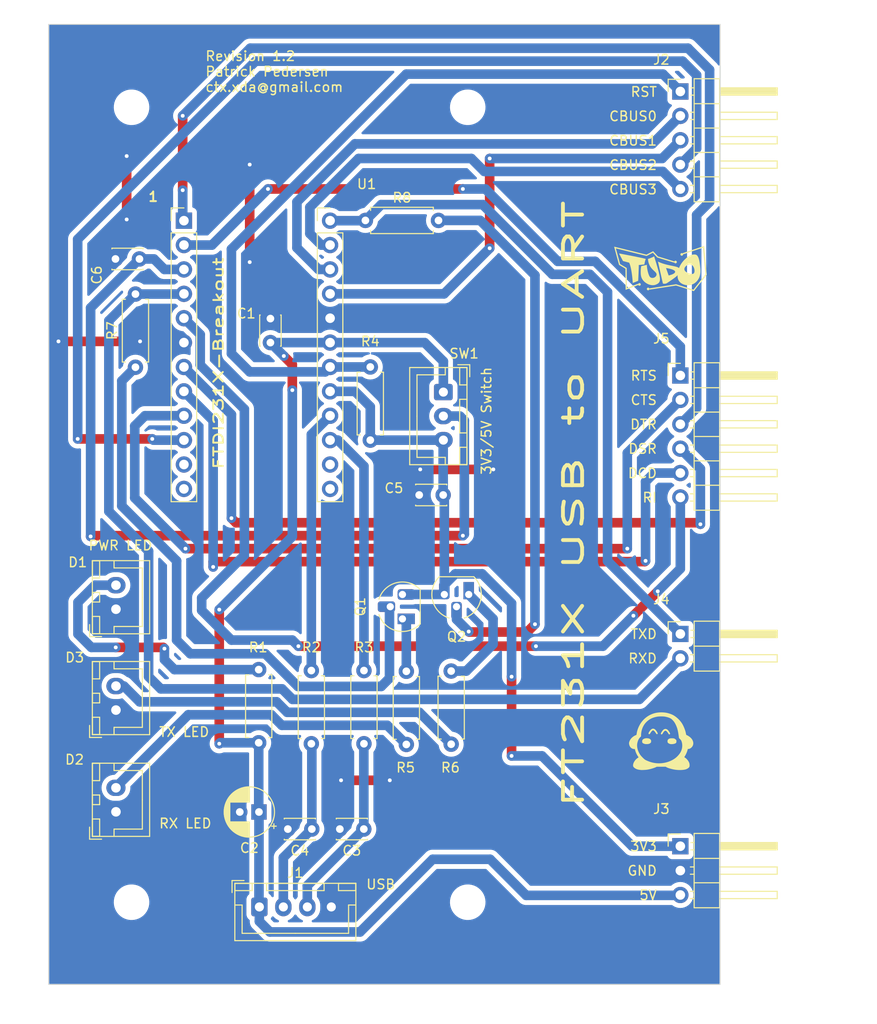
<source format=kicad_pcb>
(kicad_pcb (version 20221018) (generator pcbnew)
  (title_block (title "FT231X USB 2 UART Breakout") (date "2024-02-06") (rev "1.1") (company "TU-DO Makerspace") (comment 2 "License: CERN-OHL-P") (comment 3 "Email: ctx.xda@gmail.com") (comment 4 "Author: Patrick Pedersen"))
  (layers (0 "F.Cu" signal) (31 "B.Cu" signal) (34 "B.Paste" user) (35 "F.Paste" user) (36 "B.SilkS" user "B.Silkscreen") (37 "F.SilkS" user "F.Silkscreen") (38 "B.Mask" user) (39 "F.Mask" user) (44 "Edge.Cuts" user))
  (net 0 "")
  (net 1 "+5V")
  (net 2 "GND")
  (net 3 "/D+")
  (net 4 "/D-")
  (net 5 "+3.3V")
  (net 6 "Net-(SW1-B)")
  (net 7 "Net-(D1-A)")
  (net 8 "Net-(D2-A)")
  (net 9 "Net-(D3-A)")
  (net 10 "/RST")
  (net 11 "/CBUS0")
  (net 12 "/CBUS1")
  (net 13 "/CBUS2")
  (net 14 "/CBUS3")
  (net 15 "/TXD")
  (net 16 "/RXD")
  (net 17 "/RTS")
  (net 18 "/CTS")
  (net 19 "/DTR")
  (net 20 "/DSR")
  (net 21 "/DCD")
  (net 22 "/RI")
  (net 23 "Net-(U1-USBDM)")
  (net 24 "Net-(U1-USBDP)")
  (net 25 "Net-(Q1-C)")
  (net 26 "Net-(Q2-C)")
  (net 27 "Net-(Q1-B)")
  (net 28 "Net-(Q2-B)")
  (footprint "Connector_JST:JST_XH_B2B-XH-A_1x02_P2.50mm_Vertical" (layer "F.Cu") (at 71.1454 166.985 90)
    (fp_text reference "D2")
    (fp_text value "LED")
  )
  (footprint "Resistor_THT:R_Axial_DIN0207_L6.3mm_D2.5mm_P7.62mm_Horizontal" (layer "F.Cu") (at 106.0958 152.3238 -90)
    (fp_text reference "R6")
    (fp_text value "330")
  )
  (footprint "Capacitor_THT:C_Disc_D3.0mm_W2.0mm_P2.50mm" (layer "F.Cu") (at 96.988 168.783 180)
    (fp_text reference "C3")
    (fp_text value "47p")
  )
  (footprint "Capacitor_THT:C_Disc_D3.0mm_W2.0mm_P2.50mm" (layer "F.Cu") (at 73.5946 109.3978 180)
    (fp_text reference "C6")
    (fp_text value "100n")
  )
  (footprint "MountingHole:MountingHole_3.2mm_M3" (layer "F.Cu") (at 72.771 176.403)
    (fp_text reference "REF**" hide)
    (fp_text value "MountingHole_3.2mm_M3")
  )
  (footprint "Connector_JST:JST_XH_B3B-XH-A_1x03_P2.50mm_Vertical" (layer "F.Cu") (at 105.283 123.2662 -90)
    (fp_text reference "SW1")
    (fp_text value "SW_SPDT")
  )
  (footprint "Resistor_THT:R_Axial_DIN0207_L6.3mm_D2.5mm_P7.62mm_Horizontal" (layer "F.Cu") (at 73.1774 113.0554 -90)
    (fp_text reference "R7")
    (fp_text value "10k")
  )
  (footprint "Capacitor_THT:CP_Radial_D5.0mm_P2.00mm" (layer "F.Cu") (at 86.0552 167.005 180)
    (fp_text reference "C2")
    (fp_text value "4.7µ")
  )
  (footprint "Resistor_THT:R_Axial_DIN0207_L6.3mm_D2.5mm_P7.62mm_Horizontal" (layer "F.Cu") (at 97.0026 152.273 -90)
    (fp_text reference "R3")
    (fp_text value "27")
  )
  (footprint "Connector_PinHeader_2.54mm:PinHeader_1x05_P2.54mm_Horizontal" (layer "F.Cu") (at 129.991 91.953)
    (fp_text reference "J2")
    (fp_text value "CBUS")
  )
  (footprint "Resistor_THT:R_Axial_DIN0207_L6.3mm_D2.5mm_P7.62mm_Horizontal" (layer "F.Cu") (at 97.155 105.3846)
    (fp_text reference "R8")
    (fp_text value "10k")
  )
  (footprint "Capacitor_THT:C_Disc_D3.0mm_W2.0mm_P2.50mm" (layer "F.Cu") (at 87.249 118.11 90)
    (fp_text reference "C1")
    (fp_text value "100n")
  )
  (footprint "Connector_JST:JST_XH_B4B-XH-A_1x04_P2.50mm_Vertical" (layer "F.Cu") (at 86.099 176.894)
    (fp_text reference "J1")
    (fp_text value "USB JST")
  )
  (footprint "Connector_JST:JST_XH_B2B-XH-A_1x02_P2.50mm_Vertical" (layer "F.Cu") (at 71.1454 145.883 90)
    (fp_text reference "D1")
    (fp_text value "LED")
  )
  (footprint "MountingHole:MountingHole_3.2mm_M3" (layer "F.Cu") (at 72.771 93.599)
    (fp_text reference "REF**" hide)
    (fp_text value "MountingHole_3.2mm_M3")
  )
  (footprint "Connector_JST:JST_XH_B2B-XH-A_1x02_P2.50mm_Vertical" (layer "F.Cu") (at 71.1454 156.3878 90)
    (fp_text reference "D3")
    (fp_text value "LED")
  )
  (footprint "Breakout:FTDI231X_Breakout" (layer "F.Cu") (at 78.232 105.41)
    (fp_text reference "U1")
    (fp_text value "FT231XS")
  )
  (footprint "Capacitor_THT:C_Disc_D3.0mm_W2.0mm_P2.50mm" (layer "F.Cu") (at 91.567 168.783 180)
    (fp_text reference "C4")
    (fp_text value "47p")
  )
  (footprint "Connector_PinHeader_2.54mm:PinHeader_1x03_P2.54mm_Horizontal" (layer "F.Cu") (at 129.991 170.56885)
    (fp_text reference "J3")
    (fp_text value "SUPPLY")
  )
  (footprint "Package_TO_SOT_THT:TO-92_HandSolder" (layer "F.Cu") (at 101.0158 146.8882 90)
    (fp_text reference "Q1")
    (fp_text value "BC558")
  )
  (footprint "MountingHole:MountingHole_3.2mm_M3" (layer "F.Cu") (at 107.823 176.403)
    (fp_text reference "REF**" hide)
    (fp_text value "MountingHole_3.2mm_M3")
  )
  (footprint "Connector_PinHeader_2.54mm:PinHeader_1x06_P2.54mm_Horizontal" (layer "F.Cu") (at 129.991 121.539)
    (fp_text reference "J5")
    (fp_text value "OTHER")
  )
  (footprint "Resistor_THT:R_Axial_DIN0207_L6.3mm_D2.5mm_P7.62mm_Horizontal" (layer "F.Cu") (at 86.0298 159.7914 90)
    (fp_text reference "R1")
    (fp_text value "1k")
  )
  (footprint "Resistor_THT:R_Axial_DIN0207_L6.3mm_D2.5mm_P7.62mm_Horizontal" (layer "F.Cu") (at 101.4222 152.3492 -90)
    (fp_text reference "R5")
    (fp_text value "330")
  )
  (footprint "Resistor_THT:R_Axial_DIN0207_L6.3mm_D2.5mm_P7.62mm_Horizontal" (layer "F.Cu") (at 97.663 120.65 -90)
    (fp_text reference "R4")
    (fp_text value "100k")
  )
  (footprint "MountingHole:MountingHole_3.2mm_M3" (layer "F.Cu") (at 107.823 93.599)
    (fp_text reference "REF**" hide)
    (fp_text value "MountingHole_3.2mm_M3")
  )
  (footprint "Connector_PinHeader_2.54mm:PinHeader_1x02_P2.54mm_Horizontal" (layer "F.Cu") (at 129.991 148.458)
    (fp_text reference "J4")
    (fp_text value "TX/RX")
  )
  (footprint "Capacitor_THT:C_Disc_D3.0mm_W2.0mm_P2.50mm" (layer "F.Cu") (at 102.763 133.985)
    (fp_text reference "C5")
    (fp_text value "100n")
  )
  (footprint "Package_TO_SOT_THT:TO-92_HandSolder" (layer "F.Cu") (at 107.9246 144.3482 180)
    (fp_text reference "Q2")
    (fp_text value "BC558")
  )
  (footprint "Resistor_THT:R_Axial_DIN0207_L6.3mm_D2.5mm_P7.62mm_Horizontal" (layer "F.Cu") (at 91.5162 152.273 -90)
    (fp_text reference "R2")
    (fp_text value "27")
  )
  (gr_line (start 127.206147 158.424028) (end 127.229821 158.433304) (stroke (width 0.160482)) (layer "F.SilkS"))
  (gr_poly (pts (xy 126.452643 108.946801) (xy 127.15534 108.588012) (xy 127.654559 109.132449) (xy 129.364662 109.65128) (xy 129.369403 109.642976) (xy 129.374658 109.635085) (xy 129.380401 109.627626) (xy 129.386604 109.620613) (xy 129.393239 109.614065) (xy 129.400278 109.607997) (xy 129.407693 109.602428) (xy 129.415458 109.597373) (xy 129.423544 109.592848) (xy 129.431923 109.588872) (xy 129.440567 109.585461) (xy 129.44945 109.582631) (xy 129.458543 109.580399) (xy 129.467819 109.578782) (xy 129.477249 109.577797) (xy 129.486807 109.57746) (xy 129.493913 109.577641) (xy 129.500927 109.578175) (xy 129.507838 109.579054) (xy 129.514639 109.580269) (xy 129.52132 109.581812) (xy 129.527874 109.583673) (xy 129.53429 109.585845) (xy 129.540562 109.588318) (xy 129.546679 109.591084) (xy 129.552633 109.594134) (xy 129.558416 109.59746) (xy 129.564019 109.601053) (xy 129.569434 109.604903) (xy 129.574651 109.609003) (xy 129.579661 109.613344) (xy 129.584457 109.617917) (xy 129.58903 109.622713) (xy 129.59337 109.627724) (xy 129.59747 109.632941) (xy 129.60132 109.638356) (xy 129.604912 109.643959) (xy 129.608237 109.649742) (xy 129.611287 109.655697) (xy 129.614052 109.661814) (xy 129.616525 109.668085) (xy 129.618696 109.674501) (xy 129.620557 109.681055) (xy 129.622098 109.687736) (xy 129.623313 109.694536) (xy 129.624191 109.701447) (xy 129.624724 109.70846) (xy 129.624904 109.715566) (xy 129.624724 109.722672) (xy 129.62419 109.729686) (xy 129.623312 109.736597) (xy 129.622097 109.743398) (xy 129.620555 109.75008) (xy 129.618694 109.756633) (xy 129.616522 109.76305) (xy 129.614049 109.769321) (xy 129.611283 109.775439) (xy 129.608233 109.781393) (xy 129.604908 109.787177) (xy 129.601315 109.79278) (xy 129.597465 109.798194) (xy 129.593365 109.803411) (xy 129.589024 109.808423) (xy 129.584451 109.813219) (xy 129.579655 109.817792) (xy 129.574644 109.822132) (xy 129.569426 109.826232) (xy 129.564012 109.830083) (xy 129.558408 109.833675) (xy 129.552624 109.837) (xy 129.546669 109.84005) (xy 129.540552 109.842816) (xy 129.53428 109.845289) (xy 129.527863 109.84746) (xy 129.521309 109.849322) (xy 129.514627 109.850864) (xy 129.507826 109.852079) (xy 129.500914 109.852957) (xy 129.493899 109.853491) (xy 129.486792 109.853671) (xy 129.479685 109.853491) (xy 129.472672 109.852957) (xy 129.465761 109.852078) (xy 129.45896 109.850863) (xy 129.452278 109.84932) (xy 129.445725 109.847458) (xy 129.439308 109.845287) (xy 129.433037 109.842813) (xy 129.42692 109.840047) (xy 129.420965 109.836997) (xy 129.415182 109.833671) (xy 129.409579 109.830079) (xy 129.404165 109.826228) (xy 129.398948 109.822128) (xy 129.393937 109.817787) (xy 129.389141 109.813215) (xy 129.384568 109.808418) (xy 129.380228 109.803407) (xy 129.376128 109.79819) (xy 129.372278 109.792776) (xy 129.368686 109.787172) (xy 129.365361 109.781389) (xy 129.362312 109.775435) (xy 129.359546 109.769318) (xy 129.357073 109.763046) (xy 129.354902 109.75663) (xy 129.353042 109.750077) (xy 129.3515 109.743396) (xy 129.350285 109.736596) (xy 129.349407 109.729685) (xy 129.348874 109.722672) (xy 129.348694 109.715566) (xy 129.32947 109.778869) (xy 127.581515 109.24854) (xy 127.125858 108.751594) (xy 126.46887 109.087077) (xy 123.270331 108.29803) (xy 123.711441 109.92855) (xy 124.400314 110.338887) (xy 124.414344 112.421886) (xy 125.565101 111.985221) (xy 125.588691 112.04744) (xy 125.588691 112.047077) (xy 125.588871 112.03997) (xy 125.589405 112.032957) (xy 125.590283 112.026045) (xy 125.591498 112.019245) (xy 125.59304 112.012563) (xy 125.594902 112.00601) (xy 125.597073 111.999593) (xy 125.599546 111.993321) (xy 125.602312 111.987204) (xy 125.605362 111.981249) (xy 125.608688 111.975466) (xy 125.61228 111.969863) (xy 125.61613 111.964448) (xy 125.62023 111.959231) (xy 125.624571 111.95422) (xy 125.629144 111.949424) (xy 125.633941 111.944851) (xy 125.638952 111.940511) (xy 125.644169 111.936411) (xy 125.649584 111.93256) (xy 125.655187 111.928968) (xy 125.660971 111.925643) (xy 125.666926 111.922593) (xy 125.673044 111.919827) (xy 125.679316 111.917354) (xy 125.685733 111.915182) (xy 125.692287 111.913321) (xy 125.698969 111.911779) (xy 125.70577 111.910564) (xy 125.712682 111.909686) (xy 125.719696 111.909152) (xy 125.726804 111.908972) (xy 125.733653 111.909141) (xy 125.740455 111.909647) (xy 125.7472 111.910484) (xy 125.753875 111.911648) (xy 125.760471 111.913135) (xy 125.766974 111.914939) (xy 125.773374 111.917056) (xy 125.77966 111.919482) (xy 125.785821 111.922211) (xy 125.791844 111.925239) (xy 125.797719 111.928561) (xy 125.803434 111.932172) (xy 125.808978 111.936069) (xy 125.81434 111.940245) (xy 125.819508 111.944697) (xy 125.824471 111.94942) (xy 125.829194 111.954383) (xy 125.833647 111.959551) (xy 125.837824 111.964912) (xy 125.841721 111.970456) (xy 125.845333 111.97617) (xy 125.848655 111.982045) (xy 125.851684 111.988068) (xy 125.854413 111.994227) (xy 125.856839 112.000513) (xy 125.858957 112.006912) (xy 125.860762 112.013415) (xy 125.862249 112.02001) (xy 125.863414 112.026684) (xy 125.864252 112.033428) (xy 125.864758 112.040229) (xy 125.864927 112.047077) (xy 125.864757 112.053926) (xy 125.864251 112.060728) (xy 125.863413 112.067473) (xy 125.862247 112.074149) (xy 125.86076 112.080744) (xy 125.858955 112.087247) (xy 125.856837 112.093647) (xy 125.85441 112.099932) (xy 125.85168 112.106092) (xy 125.848652 112.112115) (xy 125.845329 112.117989) (xy 125.841716 112.123704) (xy 125.837819 112.129248) (xy 125.833642 112.134609) (xy 125.829189 112.139776) (xy 125.824466 112.144739) (xy 125.819502 112.149461) (xy 125.814334 112.153913) (xy 125.808972 112.158089) (xy 125.803428 112.161985) (xy 125.797712 112.165597) (xy 125.791837 112.168919) (xy 125.785814 112.171946) (xy 125.779654 112.174675) (xy 125.773368 112.1771) (xy 125.766967 112.179217) (xy 125.760464 112.181021) (xy 125.753868 112.182507) (xy 125.747193 112.183671) (xy 125.740448 112.184508) (xy 125.733645 112.185014) (xy 125.726796 112.185182) (xy 125.722015 112.185096) (xy 125.717262 112.184847) (xy 125.71254 112.184436) (xy 125.707853 112.183866) (xy 125.703205 112.183138) (xy 125.698598 112.182256) (xy 125.694037 112.18122) (xy 125.689525 112.180033) (xy 125.685065 112.178697) (xy 125.68066 112.177215) (xy 125.676315 112.175588) (xy 125.672032 112.173818) (xy 125.667815 112.171907) (xy 125.663668 112.169858) (xy 125.659593 112.167672) (xy 125.655595 112.165352) (xy 125.651676 112.162899) (xy 125.647841 112.160317) (xy 125.644092 112.157606) (xy 125.640434 112.154769) (xy 125.636869 112.151808) (xy 125.633401 112.148725) (xy 125.630034 112.145523) (xy 125.62677 112.142202) (xy 125.623614 112.138766) (xy 125.620568 112.135216) (xy 125.617637 112.131555) (xy 125.614823 112.127784) (xy 125.612131 112.123905) (xy 125.609563 112.119922) (xy 125.607123 112.115835) (xy 125.604814 112.111647) (xy 124.283344 112.613115) (xy 124.268539 110.41436) (xy 123.597727 110.014798) (xy 123.08396 108.115793)) (fill solid) (layer "F.SilkS"))
  (gr_line (start 127.325172 158.500601) (end 127.349341 158.524799) (stroke (width 0.160482)) (layer "F.SilkS"))
  (gr_line (start 126.988971 158.483751) (end 127.013869 158.463968) (stroke (width 0.160482)) (layer "F.SilkS"))
  (gr_poly (pts (xy 128.090805 156.627249) (xy 128.167156 156.629993) (xy 128.242969 156.634566) (xy 128.317997 156.640969) (xy 128.391994 156.649201) (xy 128.464714 156.659262) (xy 128.535911 156.671153) (xy 128.605339 156.684873) (xy 128.68507 156.703859) (xy 128.768182 156.726628) (xy 128.852719 156.752497) (xy 128.936729 156.780784) (xy 129.018259 156.810808) (xy 129.095355 156.841887) (xy 129.166064 156.873337) (xy 129.228433 156.904477) (xy 129.294805 156.941753) (xy 129.3613 156.982483) (xy 129.427668 157.026429) (xy 129.493657 157.073356) (xy 129.559018 157.123027) (xy 129.623502 157.175205) (xy 129.686857 157.229654) (xy 129.748835 157.286139) (xy 129.809185 157.344421) (xy 129.867657 157.404266) (xy 129.924002 157.465436) (xy 129.977968 157.527695) (xy 130.029307 157.590807) (xy 130.077768 157.654535) (xy 130.123102 157.718643) (xy 130.165057 157.782894) (xy 130.197727 157.836964) (xy 130.230149 157.894238) (xy 130.262168 157.954322) (xy 130.293629 158.016823) (xy 130.324376 158.081346) (xy 130.354256 158.147499) (xy 130.41079 158.283122) (xy 130.461991 158.420542) (xy 130.485204 158.488943) (xy 130.506618 158.556614) (xy 130.52608 158.623161) (xy 130.543433 158.68819) (xy 130.558522 158.751308) (xy 130.571193 158.812123) (xy 130.598974 158.962935) (xy 130.706131 159.018498) (xy 130.748795 159.041085) (xy 130.789973 159.064195) (xy 130.829667 159.087825) (xy 130.867878 159.11197) (xy 130.904609 159.136627) (xy 130.939861 159.161791) (xy 130.973636 159.18746) (xy 131.005937 159.213628) (xy 131.036765 159.240292) (xy 131.066122 159.267449) (xy 131.09401 159.295094) (xy 131.120431 159.323223) (xy 131.145387 159.351833) (xy 131.16888 159.38092) (xy 131.190912 159.41048) (xy 131.211485 159.440508) (xy 131.245175 159.496379) (xy 131.273825 159.552734) (xy 131.297448 159.609376) (xy 131.316057 159.666107) (xy 131.329667 159.722729) (xy 131.338291 159.779045) (xy 131.341943 159.834858) (xy 131.340635 159.889969) (xy 131.338126 159.917199) (xy 131.334382 159.944181) (xy 131.329405 159.970888) (xy 131.323197 159.997296) (xy 131.315759 160.02338) (xy 131.307093 160.049116) (xy 131.297202 160.074479) (xy 131.286085 160.099444) (xy 131.273746 160.123987) (xy 131.260186 160.148083) (xy 131.245406 160.171707) (xy 131.229409 160.194834) (xy 131.212196 160.21744) (xy 131.193768 160.2395) (xy 131.174128 160.260989) (xy 131.153277 160.281883) (xy 131.1348 160.299246) (xy 131.116096 160.315612) (xy 131.097181 160.330979) (xy 131.078077 160.345342) (xy 131.058803 160.358697) (xy 131.039377 160.37104) (xy 131.019819 160.382369) (xy 131.000149 160.392677) (xy 130.980386 160.401963) (xy 130.96055 160.410222) (xy 130.940659 160.417449) (xy 130.920733 160.423642) (xy 130.900792 160.428796) (xy 130.880854 160.432907) (xy 130.86094 160.435972) (xy 130.841068 160.437987) (xy 130.765662 160.443279) (xy 130.744496 160.538529) (xy 130.735838 160.573743) (xy 130.725339 160.611199) (xy 130.713143 160.650566) (xy 130.699392 160.691512) (xy 130.667802 160.776817) (xy 130.631717 160.864462) (xy 130.592282 160.951798) (xy 130.550647 161.036173) (xy 130.507957 161.114936) (xy 130.486575 161.151384) (xy 130.46536 161.185435) (xy 130.453743 161.203537) (xy 130.44287 161.220864) (xy 130.43299 161.237013) (xy 130.424349 161.251581) (xy 130.417197 161.264164) (xy 130.411782 161.27436) (xy 130.40835 161.281765) (xy 130.407456 161.284295) (xy 130.407152 161.285977) (xy 130.407271 161.286553) (xy 130.407624 161.287288) (xy 130.408207 161.288176) (xy 130.409012 161.289212) (xy 130.411268 161.291709) (xy 130.414345 161.294741) (xy 130.418197 161.298269) (xy 130.422779 161.302255) (xy 130.428042 161.306659) (xy 130.433941 161.311443) (xy 130.440429 161.316568) (xy 130.447459 161.321995) (xy 130.454986 161.327686) (xy 130.462962 161.333602) (xy 130.471341 161.339703) (xy 130.480077 161.345952) (xy 130.489123 161.35231) (xy 130.498433 161.358737) (xy 130.533098 161.383475) (xy 130.567082 161.409982) (xy 130.600296 161.438136) (xy 130.632647 161.467816) (xy 130.664044 161.498898) (xy 130.694398 161.531261) (xy 130.723615 161.564784) (xy 130.751606 161.599343) (xy 130.778279 161.634816) (xy 130.803543 161.671082) (xy 130.827308 161.708019) (xy 130.849481 161.745504) (xy 130.869972 161.783415) (xy 130.888691 161.821631) (xy 130.905544 161.860029) (xy 130.920443 161.898487) (xy 130.927293 161.920163) (xy 130.933447 161.94335) (xy 130.938892 161.967788) (xy 130.943615 161.99322) (xy 130.947601 162.019389) (xy 130.950836 162.046036) (xy 130.953309 162.072904) (xy 130.955004 162.099735) (xy 130.955909 162.126272) (xy 130.956009 162.152257) (xy 130.955292 162.177431) (xy 130.953743 162.201538) (xy 130.95135 162.224319) (xy 130.948098 162.245517) (xy 130.943974 162.264874) (xy 130.938964 162.282133) (xy 130.935393 162.291475) (xy 130.931142 162.300891) (xy 130.926226 162.310368) (xy 130.920663 162.319895) (xy 130.914469 162.32946) (xy 130.90766 162.339051) (xy 130.900255 162.348656) (xy 130.892269 162.358262) (xy 130.874622 162.377435) (xy 130.854853 162.396475) (xy 130.833095 162.415285) (xy 130.809483 162.433772) (xy 130.78415 162.45184) (xy 130.757231 162.469395) (xy 130.728857 162.486342) (xy 130.699164 162.502584) (xy 130.668286 162.518029) (xy 130.636354 162.53258) (xy 130.603505 162.546143) (xy 130.56987 162.558622) (xy 130.533815 162.569888) (xy 130.493386 162.580347) (xy 130.448985 162.589969) (xy 130.401012 162.598723) (xy 130.349869 162.606578) (xy 130.295957 162.613503) (xy 130.239676 162.619466) (xy 130.181429 162.624437) (xy 130.060638 162.631279) (xy 129.936792 162.63378) (xy 129.874727 162.633326) (xy 129.813102 162.631693) (xy 129.752318 162.628851) (xy 129.692776 162.624768) (xy 129.603397 162.617014) (xy 129.52121 162.608376) (xy 129.443861 162.598467) (xy 129.368992 162.5869) (xy 129.294248 162.573285) (xy 129.217271 162.557237) (xy 129.135705 162.538368) (xy 129.047193 162.516289) (xy 128.961291 162.493476) (xy 128.883606 162.471454) (xy 128.8133 162.449897) (xy 128.749537 162.42848) (xy 128.691478 162.406877) (xy 128.638288 162.384762) (xy 128.589128 162.36181) (xy 128.543162 162.337695) (xy 128.455849 162.29007) (xy 127.996797 162.288747) (xy 127.539068 162.288747) (xy 127.43588 162.337695) (xy 127.390855 162.357948) (xy 127.341462 162.378421) (xy 127.231697 162.419426) (xy 127.110831 162.459502) (xy 126.983112 162.497437) (xy 126.85279 162.532024) (xy 126.72411 162.562054) (xy 126.601322 162.586316) (xy 126.543464 162.595906) (xy 126.488672 162.603601) (xy 126.418728 162.610813) (xy 126.334925 162.617389) (xy 126.243245 162.623065) (xy 126.149675 162.627579) (xy 126.060197 162.630667) (xy 125.980796 162.632065) (xy 125.917456 162.631509) (xy 125.876162 162.628736) (xy 125.876162 162.628737) (xy 125.813654 162.6208) (xy 125.717412 162.608894) (xy 125.676524 162.603502) (xy 125.636249 162.59677) (xy 125.59664 162.58872) (xy 125.557752 162.579376) (xy 125.51964 162.56876) (xy 125.482357 162.556897) (xy 125.445957 162.543808) (xy 125.410495 162.529519) (xy 125.376026 162.51405) (xy 125.342603 162.497427) (xy 125.310281 162.479673) (xy 125.279113 162.460809) (xy 125.249155 162.440861) (xy 125.22046 162.419851) (xy 125.193084 162.397802) (xy 125.167079 162.374737) (xy 125.151458 162.360144) (xy 125.137298 162.346049) (xy 125.124541 162.33233) (xy 125.113129 162.318865) (xy 125.103003 162.305531) (xy 125.094106 162.292207) (xy 125.090101 162.285511) (xy 125.08638 162.278771) (xy 125.082938 162.271973) (xy 125.079766 162.265101) (xy 125.076858 162.258139) (xy 125.074207 162.251073) (xy 125.071804 162.243888) (xy 125.069643 162.236567) (xy 125.066017 162.221461) (xy 125.063271 162.205631) (xy 125.061347 162.188957) (xy 125.060186 162.171316) (xy 125.059731 162.152585) (xy 125.059922 162.132644) (xy 125.063544 162.083711) (xy 125.071782 162.033383) (xy 125.084415 161.982002) (xy 125.101222 161.929907) (xy 125.121983 161.87744) (xy 125.146475 161.824942) (xy 125.174479 161.772753) (xy 125.205774 161.721217) (xy 125.240138 161.670672) (xy 125.277351 161.62146) (xy 125.317192 161.573923) (xy 125.359439 161.528401) (xy 125.403872 161.485236) (xy 125.450271 161.444768) (xy 125.498413 161.407339) (xy 125.548079 161.373289) (xy 125.56452 161.362479) (xy 125.579891 161.35204) (xy 125.593867 161.342222) (xy 125.606122 161.333271) (xy 125.61633 161.325437) (xy 125.624167 161.318967) (xy 125.627094 161.316321) (xy 125.629306 161.31411) (xy 125.630763 161.312363) (xy 125.631423 161.311112) (xy 125.63101 161.309496) (xy 125.6298 161.306676) (xy 125.62783 161.30272) (xy 125.625139 161.297697) (xy 125.617749 161.284719) (xy 125.607941 161.268283) (xy 125.596024 161.248933) (xy 125.582309 161.227211) (xy 125.567106 161.203659) (xy 125.550725 161.178821) (xy 125.525523 161.139553) (xy 125.50104 161.099205) (xy 125.477313 161.057878) (xy 125.454379 161.015668) (xy 125.432274 160.972675) (xy 125.411035 160.928999) (xy 125.3907 160.884737) (xy 125.371304 160.839989) (xy 125.352885 160.794853) (xy 125.335479 160.749428) (xy 125.319124 160.703814) (xy 125.303856 160.658108) (xy 125.289712 160.612411) (xy 125.276728 160.566819) (xy 125.264943 160.521434) (xy 125.254391 160.476352) (xy 125.253159 160.470488) (xy 125.251916 160.46528) (xy 125.250618 160.460705) (xy 125.249936 160.458646) (xy 125.249224 160.456736) (xy 125.248477 160.454971) (xy 125.247689 160.453348) (xy 125.246857 160.451864) (xy 125.245973 160.450516) (xy 125.245033 160.449301) (xy 125.244032 160.448216) (xy 125.242964 160.447257) (xy 125.241824 160.446421) (xy 125.240606 160.445705) (xy 125.239305 160.445107) (xy 125.237916 160.444622) (xy 125.236434 160.444248) (xy 125.234852 160.443981) (xy 125.233167 160.443819) (xy 125.231372 160.443759) (xy 125.229463 160.443796) (xy 125.227433 160.443928) (xy 125.225277 160.444152) (xy 125.220569 160.444863) (xy 125.215295 160.445903) (xy 125.209412 160.447248) (xy 125.205035 160.447884) (xy 125.199883 160.448307) (xy 125.194018 160.448521) (xy 125.187501 160.448529) (xy 125.180396 160.448336) (xy 125.172763 160.447945) (xy 125.164665 160.447361) (xy 125.156165 160.446586) (xy 125.138202 160.444483) (xy 125.119371 160.441667) (xy 125.109785 160.440001) (xy 125.100168 160.438168) (xy 125.090582 160.436173) (xy 125.081089 160.434018) (xy 125.041062 160.423431) (xy 125.002838 160.410524) (xy 124.966425 160.395303) (xy 124.931827 160.377774) (xy 124.915211 160.368146) (xy 124.899051 160.357943) (xy 124.883348 160.347166) (xy 124.868102 160.335815) (xy 124.853315 160.323892) (xy 124.838987 160.311397) (xy 124.825118 160.298331) (xy 124.81171 160.284695) (xy 124.798764 160.270488) (xy 124.786279 160.255713) (xy 124.762698 160.224458) (xy 124.740973 160.190936) (xy 124.721111 160.155152) (xy 124.703117 160.117113) (xy 124.686997 160.076823) (xy 124.686065 160.074041) (xy 125.480941 160.074041) (xy 125.483818 160.152133) (xy 125.491307 160.231475) (xy 125.50337 160.311884) (xy 125.519967 160.393174) (xy 125.54106 160.475161) (xy 125.56661 160.557662) (xy 125.596578 160.640493) (xy 125.630926 160.723469) (xy 125.669615 160.806406) (xy 125.712606 160.88912) (xy 125.75986 160.971427) (xy 125.811339 161.053144) (xy 125.81909 161.064085) (xy 125.828387 161.076494) (xy 125.851233 161.105254) (xy 125.879102 161.138511) (xy 125.911219 161.175348) (xy 125.946809 161.214852) (xy 125.985096 161.256108) (xy 126.025305 161.298201) (xy 126.066662 161.340217) (xy 126.137614 161.40997) (xy 126.168435 161.439362) (xy 126.196969 161.465646) (xy 126.223829 161.489232) (xy 126.249628 161.510532) (xy 126.274976 161.529956) (xy 126.300488 161.547915) (xy 126.326774 161.564819) (xy 126.354448 161.581081) (xy 126.384122 161.597109) (xy 126.416408 161.613316) (xy 126.451919 161.630112) (xy 126.491267 161.647908) (xy 126.583923 161.688144) (xy 126.671535 161.723925) (xy 126.759274 161.75686) (xy 126.847171 161.786954) (xy 126.93526 161.814213) (xy 127.023574 161.838643) (xy 127.112146 161.860249) (xy 127.201008 161.879038) (xy 127.290194 161.895015) (xy 127.379737 161.908185) (xy 127.469669 161.918556) (xy 127.560024 161.926132) (xy 127.650834 161.93092) (xy 127.742132 161.932924) (xy 127.833952 161.932152) (xy 127.926326 161.928609) (xy 128.019287 161.9223) (xy 128.123277 161.911771) (xy 128.226752 161.897601) (xy 128.329506 161.879869) (xy 128.431334 161.858655) (xy 128.53203 161.834038) (xy 128.631389 161.806098) (xy 128.729205 161.774913) (xy 128.825274 161.740564) (xy 128.919389 161.70313) (xy 129.011345 161.662691) (xy 129.100937 161.619325) (xy 129.187959 161.573112) (xy 129.272207 161.524132) (xy 129.353474 161.472464) (xy 129.431555 161.418188) (xy 129.506245 161.361383) (xy 129.541684 161.332336) (xy 129.577432 161.301395) (xy 129.613299 161.268776) (xy 129.649099 161.234694) (xy 129.684643 161.199363) (xy 129.719743 161.163) (xy 129.754212 161.12582) (xy 129.787861 161.088036) (xy 129.820502 161.049865) (xy 129.851947 161.011521) (xy 129.882009 160.97322) (xy 129.910499 160.935177) (xy 129.93723 160.897607) (xy 129.962013 160.860724) (xy 129.984661 160.824745) (xy 130.004985 160.789883) (xy 130.03698 160.729519) (xy 130.065984 160.668061) (xy 130.091979 160.605627) (xy 130.114952 160.542332) (xy 130.134886 160.478294) (xy 130.151766 160.413627) (xy 130.165577 160.348449) (xy 130.176302 160.282875) (xy 130.183927 160.217023) (xy 130.188436 160.151007) (xy 130.189813 160.084946) (xy 130.188043 160.018953) (xy 130.183111 159.953147) (xy 130.175 159.887644) (xy 130.163696 159.822559) (xy 130.149183 159.758008) (xy 130.140995 159.72708) (xy 130.132729 159.698167) (xy 130.124277 159.671083) (xy 130.115531 159.645643) (xy 130.106382 159.62166) (xy 130.096721 159.598948) (xy 130.08644 159.577322) (xy 130.07543 159.556594) (xy 130.063583 159.53658) (xy 130.050791 159.517093) (xy 130.036944 159.497947) (xy 130.021934 159.478955) (xy 130.005654 159.459933) (xy 129.987993 159.440694) (xy 129.968844 159.421052) (xy 129.948099 159.400821) (xy 129.84888 159.306894) (xy 129.823745 159.116394) (xy 129.795468 158.912856) (xy 129.766446 158.733037) (xy 129.735564 158.572753) (xy 129.701706 158.427816) (xy 129.683312 158.359795) (xy 129.663755 158.294041) (xy 129.642895 158.230031) (xy 129.620594 158.167242) (xy 129.571109 158.043235) (xy 129.514182 157.917831) (xy 129.474758 157.838332) (xy 129.455424 157.801559) (xy 129.436172 157.766523) (xy 129.416872 157.733036) (xy 129.397399 157.700914) (xy 129.377623 157.66997) (xy 129.357417 157.640019) (xy 129.336653 157.610873) (xy 129.315202 157.582348) (xy 129.292938 157.554257) (xy 129.269732 157.526413) (xy 129.245457 157.498632) (xy 129.219984 157.470727) (xy 129.193185 157.442512) (xy 129.164933 157.4138) (xy 129.127912 157.377298) (xy 129.111424 157.361556) (xy 129.095976 157.347262) (xy 129.081333 157.334246) (xy 129.067264 157.322341) (xy 129.053536 157.311377) (xy 129.039917 157.301187) (xy 129.026174 157.291601) (xy 129.012074 157.282452) (xy 128.997385 157.273569) (xy 128.981874 157.264786) (xy 128.965309 157.255933) (xy 128.947457 157.246841) (xy 128.906964 157.227269) (xy 128.881125 157.21508) (xy 128.854665 157.203306) (xy 128.827518 157.191928) (xy 128.799621 157.180925) (xy 128.770911 157.170279) (xy 128.741323 157.159971) (xy 128.679257 157.140287) (xy 128.612912 157.12172) (xy 128.541777 157.104114) (xy 128.46534 157.087314) (xy 128.383089 157.071165) (xy 128.347739 157.065584) (xy 128.307161 157.060749) (xy 128.213218 157.053326) (xy 128.107059 157.04891) (xy 127.994482 157.047518) (xy 127.881285 157.049163) (xy 127.773266 157.053863) (xy 127.676223 157.061633) (xy 127.633629 157.066674) (xy 127.595954 157.072488) (xy 127.506685 157.089031) (xy 127.420807 157.107478) (xy 127.338115 157.127932) (xy 127.258403 157.150498) (xy 127.181467 157.175282) (xy 127.1071 157.202387) (xy 127.035097 157.231918) (xy 126.965253 157.26398) (xy 126.897363 157.298677) (xy 126.83122 157.336115) (xy 126.76662 157.376397) (xy 126.703357 157.419629) (xy 126.641226 157.465915) (xy 126.580021 157.51536) (xy 126.519537 157.568068) (xy 126.459568 157.624144) (xy 126.417998 157.66557) (xy 126.377653 157.708934) (xy 126.338584 157.754159) (xy 126.300839 157.801167) (xy 126.264466 157.849879) (xy 126.229513 157.90022) (xy 126.196029 157.952111) (xy 126.164062 158.005474) (xy 126.133661 158.060233) (xy 126.104874 158.11631) (xy 126.07775 158.173627) (xy 126.052337 158.232107) (xy 126.028684 158.291671) (xy 126.006839 158.352244) (xy 125.98685 158.413747) (xy 125.968766 158.476102) (xy 125.953486 158.536969) (xy 125.939538 158.601634) (xy 125.927141 158.668811) (xy 125.916511 158.737213) (xy 125.907866 158.805552) (xy 125.901422 158.872543) (xy 125.897396 158.936898) (xy 125.896006 158.997331) (xy 125.896006 159.121685) (xy 125.799433 159.222227) (xy 125.773682 159.249977) (xy 125.749449 159.277789) (xy 125.726638 159.30585) (xy 125.705154 159.334344) (xy 125.684903 159.363459) (xy 125.66579 159.393379) (xy 125.647719 159.424292) (xy 125.630596 159.456383) (xy 125.614325 159.489839) (xy 125.598812 159.524844) (xy 125.583962 159.561586) (xy 125.569679 159.60025) (xy 125.55587 159.641023) (xy 125.542438 159.68409) (xy 125.52929 159.729638) (xy 125.516329 159.777852) (xy 125.50037 159.849104) (xy 125.489178 159.922342) (xy 125.482715 159.997382) (xy 125.480941 160.074041) (xy 124.686065 160.074041) (xy 124.672757 160.03429) (xy 124.660402 159.989519) (xy 124.653648 159.960353) (xy 124.648291 159.932241) (xy 124.644365 159.904966) (xy 124.641901 159.878311) (xy 124.640934 159.852059) (xy 124.641496 159.825994) (xy 124.643619 159.799897) (xy 124.647338 159.773553) (xy 124.652684 159.746743) (xy 124.659691 159.719251) (xy 124.668392 159.69086) (xy 124.678819 159.661353) (xy 124.691006 159.630512) (xy 124.704985 159.598121) (xy 124.72079 159.563963) (xy 124.738454 159.527821) (xy 124.759379 159.489035) (xy 124.782885 159.450634) (xy 124.808856 159.412726) (xy 124.837176 159.375417) (xy 124.867729 159.338813) (xy 124.900397 159.303021) (xy 124.935066 159.268147) (xy 124.971618 159.234299) (xy 125.009937 159.201582) (xy 125.049908 159.170104) (xy 125.091413 159.13997) (xy 125.134337 159.111288) (xy 125.178563 159.084164) (xy 125.223974 159.058705) (xy 125.270456 159.035017) (xy 125.317891 159.013206) (xy 125.41711 158.96955) (xy 125.438277 158.829321) (xy 125.447474 158.774131) (xy 125.457722 158.71963) (xy 125.469048 158.665729) (xy 125.481478 158.612342) (xy 125.49504 158.559381) (xy 125.509761 158.506759) (xy 125.525667 158.454389) (xy 125.542787 158.402184) (xy 125.561147 158.350056) (xy 125.580774 158.297919) (xy 125.601696 158.245685) (xy 125.62394 158.193267) (xy 125.6725 158.087529) (xy 125.726672 157.980008) (xy 125.795134 157.858159) (xy 125.869863 157.740796) (xy 125.950583 157.628126) (xy 126.03702 157.520357) (xy 126.128899 157.417696) (xy 126.225944 157.320351) (xy 126.327881 157.228529) (xy 126.434433 157.142437) (xy 126.545326 157.062283) (xy 126.660285 156.988273) (xy 126.779034 156.920616) (xy 126.901298 156.859519) (xy 127.026803 156.805188) (xy 127.155273 156.757832) (xy 127.286432 156.717658) (xy 127.420006 156.684873) (xy 127.490131 156.671153) (xy 127.561932 156.659262) (xy 127.635164 156.649201) (xy 127.70958 156.640969) (xy 127.784933 156.634566) (xy 127.860979 156.629993) (xy 127.93747 156.627249) (xy 128.014161 156.626334)) (fill solid) (layer "F.SilkS"))
  (gr_poly (pts (xy 127.495503 109.895511) (xy 127.589944 110.216257) (xy 127.6793 110.533686) (xy 127.754058 110.820579) (xy 127.804706 111.049722) (xy 127.83721 111.232947) (xy 127.849988 111.31866) (xy 127.859308 111.400477) (xy 127.864312 111.478424) (xy 127.864927 111.515955) (xy 127.864142 111.552528) (xy 127.861849 111.588148) (xy 127.857942 111.622818) (xy 127.852312 111.65654) (xy 127.844853 111.689319) (xy 127.835458 111.721158) (xy 127.82402 111.752059) (xy 127.810431 111.782028) (xy 127.794584 111.811066) (xy 127.776372 111.839177) (xy 127.755688 111.866365) (xy 127.732424 111.892634) (xy 127.706475 111.917985) (xy 127.677731 111.942424) (xy 127.646087 111.965953) (xy 127.611435 111.988575) (xy 127.573668 112.010295) (xy 127.532678 112.031115) (xy 127.488359 112.051039) (xy 127.440604 112.07007) (xy 127.389305 112.088212) (xy 127.34029 112.102784) (xy 127.290315 112.114228) (xy 127.239502 112.122619) (xy 127.187975 112.128032) (xy 127.135856 112.130538) (xy 127.083268 112.130214) (xy 127.030334 112.127133) (xy 126.977178 112.121369) (xy 126.923921 112.112995) (xy 126.870688 112.102087) (xy 126.8176 112.088718) (xy 126.764781 112.072963) (xy 126.712355 112.054894) (xy 126.660443 112.034587) (xy 126.609169 112.012115) (xy 126.558655 111.987552) (xy 126.509025 111.960973) (xy 126.460402 111.932452) (xy 126.412908 111.902062) (xy 126.366667 111.869878) (xy 126.321802 111.835973) (xy 126.278434 111.800422) (xy 126.236689 111.763299) (xy 126.196687 111.724677) (xy 126.158553 111.684632) (xy 126.122409 111.643236) (xy 126.088378 111.600565) (xy 126.056583 111.556691) (xy 126.027147 111.51169) (xy 126.000194 111.465634) (xy 125.975845 111.418599) (xy 125.954224 111.370658) (xy 125.936961 111.32613) (xy 125.921932 111.280888) (xy 125.908986 111.235068) (xy 125.897971 111.188801) (xy 125.888738 111.142222) (xy 125.881136 111.095464) (xy 125.875013 111.048661) (xy 125.870219 111.001946) (xy 125.866603 110.955452) (xy 125.864015 110.909314) (xy 125.861318 110.818637) (xy 125.860922 110.730984) (xy 125.86162 110.647421) (xy 125.863534 110.570559) (xy 125.867387 110.49727) (xy 125.872872 110.42775) (xy 125.879686 110.3622) (xy 125.887523 110.300816) (xy 125.896078 110.243798) (xy 125.905047 110.191344) (xy 125.914123 110.143653) (xy 125.913994 110.143653) (xy 126.500057 110.006349) (xy 126.50292 110.076501) (xy 126.507081 110.144712) (xy 126.512439 110.210962) (xy 126.518897 110.275229) (xy 126.526356 110.337492) (xy 126.534718 110.39773) (xy 126.543885 110.455923) (xy 126.553758 110.512048) (xy 126.575228 110.618012) (xy 126.598342 110.715455) (xy 126.622312 110.804207) (xy 126.646353 110.884099) (xy 126.663434 110.936977) (xy 126.679972 110.985656) (xy 126.696069 111.030335) (xy 126.711829 111.071208) (xy 126.727357 111.108473) (xy 126.742755 111.142324) (xy 126.750437 111.158031) (xy 126.758127 111.172958) (xy 126.765835 111.18713) (xy 126.773576 111.200572) (xy 126.781363 111.213307) (xy 126.789207 111.225361) (xy 126.797123 111.236757) (xy 126.805124 111.247521) (xy 126.813221 111.257677) (xy 126.821428 111.267249) (xy 126.829759 111.276262) (xy 126.838225 111.284741) (xy 126.846841 111.292709) (xy 126.855618 111.300192) (xy 126.864571 111.307214) (xy 126.873711 111.3138) (xy 126.883052 111.319974) (xy 126.892606 111.32576) (xy 126.902388 111.331183) (xy 126.912409 111.336268) (xy 126.934 111.345861) (xy 126.956202 111.354015) (xy 126.978927 111.360747) (xy 127.002088 111.366076) (xy 127.025597 111.370019) (xy 127.049368 111.372594) (xy 127.073313 111.373819) (xy 127.097346 111.373712) (xy 127.121378 111.372289) (xy 127.145323 111.36957) (xy 127.169094 111.365572) (xy 127.192603 111.360312) (xy 127.215764 111.353809) (xy 127.238489 111.346081) (xy 127.260691 111.337144) (xy 127.282283 111.327018) (xy 127.300297 111.317402) (xy 127.318474 111.306594) (xy 127.336664 111.294636) (xy 127.354721 111.281574) (xy 127.372496 111.26745) (xy 127.38984 111.252309) (xy 127.406606 111.236195) (xy 127.422646 111.219151) (xy 127.437811 111.201223) (xy 127.451954 111.182453) (xy 127.464926 111.162886) (xy 127.47658 111.142566) (xy 127.486768 111.121536) (xy 127.491265 111.110769) (xy 127.49534 111.099841) (xy 127.498975 111.088758) (xy 127.50215 111.077525) (xy 127.504848 111.066147) (xy 127.507049 111.054631) (xy 127.510019 111.029245) (xy 127.510322 111.004528) (xy 127.508073 110.980398) (xy 127.503387 110.956776) (xy 127.496376 110.933579) (xy 127.487156 110.910727) (xy 127.475841 110.88814) (xy 127.462544 110.865735) (xy 127.447381 110.843433) (xy 127.430464 110.821153) (xy 127.39183 110.776332) (xy 127.347555 110.730627) (xy 127.298553 110.683388) (xy 127.190021 110.581725) (xy 127.132318 110.526006) (xy 127.073543 110.466166) (xy 127.014607 110.401556) (xy 126.956426 110.331531) (xy 126.899912 110.255443) (xy 126.872565 110.214923) (xy 126.845979 110.172644) (xy 126.814863 110.118819) (xy 126.786612 110.064989) (xy 126.761089 110.011292) (xy 126.738156 109.957865) (xy 126.717677 109.904847) (xy 126.699514 109.852375) (xy 126.683531 109.800587) (xy 126.669589 109.749621) (xy 126.657553 109.699615) (xy 126.647286 109.650706) (xy 126.63865 109.603032) (xy 126.631507 109.556731) (xy 126.625722 109.511941) (xy 126.621158 109.4688) (xy 126.61514 109.388015) (xy 126.633624 109.386254) (xy 126.661332 109.379907) (xy 126.696905 109.369535) (xy 126.738986 109.355699) (xy 126.837237 109.31988) (xy 126.94522 109.276936) (xy 127.052067 109.231357) (xy 127.146914 109.187631) (xy 127.186441 109.167865) (xy 127.218894 109.150246) (xy 127.242914 109.135334) (xy 127.257142 109.12369)) (fill solid) (layer "F.SilkS"))
  (gr_poly (pts (xy 132.737531 111.056337) (xy 131.400119 112.751452) (xy 129.54 112.166269) (xy 126.794069 112.591747) (xy 126.773812 112.461005) (xy 129.550258 112.030799) (xy 131.352783 112.59787) (xy 132.601157 111.015615) (xy 132.356365 108.222789) (xy 130.277165 108.917604) (xy 130.273444 108.906494) (xy 130.273726 108.908664) (xy 130.273974 108.910838) (xy 130.274187 108.913014) (xy 130.274366 108.915194) (xy 130.27451 108.917377) (xy 130.27462 108.919561) (xy 130.274695 108.921747) (xy 130.274735 108.923935) (xy 130.274565 108.930784) (xy 130.274059 108.937586) (xy 130.273221 108.944331) (xy 130.272056 108.951006) (xy 130.270568 108.957601) (xy 130.268763 108.964104) (xy 130.266645 108.970504) (xy 130.264219 108.97679) (xy 130.261489 108.98295) (xy 130.25846 108.988973) (xy 130.255138 108.994847) (xy 130.251525 109.000562) (xy 130.247628 109.006105) (xy 130.243451 109.011467) (xy 130.238998 109.016634) (xy 130.234274 109.021597) (xy 130.229311 109.026319) (xy 130.224143 109.030771) (xy 130.21878 109.034947) (xy 130.213236 109.038843) (xy 130.207521 109.042455) (xy 130.201645 109.045776) (xy 130.195622 109.048804) (xy 130.189461 109.051533) (xy 130.183174 109.053958) (xy 130.176773 109.056075) (xy 130.170269 109.057879) (xy 130.163673 109.059365) (xy 130.156996 109.060529) (xy 130.150251 109.061366) (xy 130.143447 109.061871) (xy 130.136597 109.06204) (xy 130.12949 109.061859) (xy 130.122477 109.061325) (xy 130.115565 109.060446) (xy 130.108765 109.059231) (xy 130.102083 109.057689) (xy 130.09553 109.055827) (xy 130.089113 109.053655) (xy 130.082842 109.051182) (xy 130.076725 109.048416) (xy 130.07077 109.045366) (xy 130.064987 109.04204) (xy 130.059384 109.038448) (xy 130.05397 109.034597) (xy 130.048753 109.030497) (xy 130.043742 109.026156) (xy 130.038946 109.021583) (xy 130.034374 109.016787) (xy 130.030033 109.011776) (xy 130.025934 109.006559) (xy 130.022084 109.001144) (xy 130.018492 108.995541) (xy 130.015167 108.989758) (xy 130.012117 108.983804) (xy 130.009351 108.977686) (xy 130.006879 108.971415) (xy 130.004708 108.964999) (xy 130.002847 108.958446) (xy 130.001305 108.951765) (xy 130.000091 108.944964) (xy 129.999212 108.938053) (xy 129.998679 108.931041) (xy 129.998499 108.923935) (xy 129.99868 108.916828) (xy 129.999213 108.909814) (xy 130.000092 108.902903) (xy 130.001306 108.896102) (xy 130.002849 108.889421) (xy 130.00471 108.882867) (xy 130.006881 108.87645) (xy 130.009354 108.870179) (xy 130.01212 108.864062) (xy 130.01517 108.858107) (xy 130.018495 108.852324) (xy 130.022088 108.84672) (xy 130.025938 108.841306) (xy 130.030038 108.836089) (xy 130.034379 108.831078) (xy 130.038951 108.826282) (xy 130.043748 108.821709) (xy 130.048759 108.817368) (xy 130.053976 108.813268) (xy 130.05939 108.809418) (xy 130.064994 108.805825) (xy 130.070777 108.8025) (xy 130.076732 108.79945) (xy 130.082849 108.796684) (xy 130.08912 108.794211) (xy 130.095537 108.79204) (xy 130.102091 108.790179) (xy 130.108772 108.788636) (xy 130.115573 108.787421) (xy 130.122484 108.786543) (xy 130.129498 108.786009) (xy 130.136604 108.785829) (xy 130.14124 108.785913) (xy 130.145851 108.786151) (xy 130.150432 108.786541) (xy 130.154982 108.787081) (xy 130.159496 108.787769) (xy 130.163972 108.788603) (xy 130.168406 108.789582) (xy 130.172795 108.790704) (xy 130.177137 108.791966) (xy 130.181427 108.793368) (xy 130.185663 108.794907) (xy 130.189842 108.796581) (xy 130.19396 108.798388) (xy 130.198014 108.800327) (xy 130.202001 108.802396) (xy 130.205918 108.804593) (xy 130.209761 108.806915) (xy 130.213528 108.809362) (xy 130.217215 108.811931) (xy 130.220819 108.814621) (xy 130.224337 108.817429) (xy 130.227766 108.820354) (xy 130.231102 108.823394) (xy 130.234343 108.826547) (xy 130.237485 108.829811) (xy 130.240524 108.833185) (xy 130.243459 108.836666) (xy 130.246285 108.840252) (xy 130.249 108.843943) (xy 130.2516 108.847735) (xy 130.254082 108.851628) (xy 130.256442 108.855618) (xy 130.235229 108.792134) (xy 132.473516 108.044169)) (fill solid) (layer "F.SilkS"))
  (gr_line (start 128.449468 158.439749) (end 128.473179 158.442812) (stroke (width 0.160482)) (layer "F.SilkS"))
  (gr_line (start 127.277298 158.460983) (end 127.301169 158.479317) (stroke (width 0.160482)) (layer "F.SilkS"))
  (gr_line (start 128.496855 158.448998) (end 128.520529 158.458273) (stroke (width 0.160482)) (layer "F.SilkS"))
  (gr_line (start 127.158759 158.41478) (end 127.182471 158.417842) (stroke (width 0.160482)) (layer "F.SilkS"))
  (gr_line (start 127.373709 158.551878) (end 127.398311 158.581802) (stroke (width 0.160482)) (layer "F.SilkS"))
  (gr_line (start 128.149957 158.659386) (end 128.17671 158.622237) (stroke (width 0.160482)) (layer "F.SilkS"))
  (gr_line (start 128.066732 158.792438) (end 128.095001 158.744451) (stroke (width 0.160482)) (layer "F.SilkS"))
  (gr_line (start 127.038497 158.447552) (end 127.062889 158.43447) (stroke (width 0.160482)) (layer "F.SilkS"))
  (gr_line (start 128.304577 158.488938) (end 128.329206 158.472522) (stroke (width 0.160482)) (layer "F.SilkS"))
  (gr_line (start 127.349341 158.524799) (end 127.373709 158.551878) (stroke (width 0.160482)) (layer "F.SilkS"))
  (gr_line (start 126.804293 158.719481) (end 126.832023 158.675143) (stroke (width 0.160482)) (layer "F.SilkS"))
  (gr_line (start 128.03789 158.844106) (end 128.066732 158.792438) (stroke (width 0.160482)) (layer "F.SilkS"))
  (gr_line (start 127.062889 158.43447) (end 127.087077 158.424687) (stroke (width 0.160482)) (layer "F.SilkS"))
  (gr_line (start 126.938228 158.533563) (end 126.963768 158.506938) (stroke (width 0.160482)) (layer "F.SilkS"))
  (gr_line (start 127.398311 158.581802) (end 127.423179 158.614535) (stroke (width 0.160482)) (layer "F.SilkS"))
  (gr_line (start 128.739056 158.675014) (end 128.764559 158.713264) (stroke (width 0.160482)) (layer "F.SilkS"))
  (gr_line (start 128.17671 158.622237) (end 128.203026 158.588631) (stroke (width 0.160482)) (layer "F.SilkS"))
  (gr_line (start 128.591877 158.504287) (end 128.61588 158.525571) (stroke (width 0.160482)) (layer "F.SilkS"))
  (gr_line (start 128.353597 158.45944) (end 128.377786 158.449657) (stroke (width 0.160482)) (layer "F.SilkS"))
  (gr_line (start 128.425687 158.439846) (end 128.449468 158.439749) (stroke (width 0.160482)) (layer "F.SilkS"))
  (gr_line (start 127.087077 158.424687) (end 127.111096 158.418167) (stroke (width 0.160482)) (layer "F.SilkS"))
  (gr_line (start 126.832023 158.675143) (end 126.859248 158.634416) (stroke (width 0.160482)) (layer "F.SilkS"))
  (gr_line (start 127.423179 158.614535) (end 127.448348 158.650044) (stroke (width 0.160482)) (layer "F.SilkS"))
  (gr_line (start 126.912317 158.563661) (end 126.938228 158.533563) (stroke (width 0.160482)) (layer "F.SilkS"))
  (gr_line (start 128.254476 158.531908) (end 128.279679 158.508721) (stroke (width 0.160482)) (layer "F.SilkS"))
  (gr_line (start 127.301169 158.479317) (end 127.325172 158.500601) (stroke (width 0.160482)) (layer "F.SilkS"))
  (gr_line (start 126.747181 158.819136) (end 126.776023 158.767468) (stroke (width 0.160482)) (layer "F.SilkS"))
  (gr_line (start 127.473851 158.688294) (end 127.499721 158.729249) (stroke (width 0.160482)) (layer "F.SilkS"))
  (gr_line (start 127.013869 158.463968) (end 127.038497 158.447552) (stroke (width 0.160482)) (layer "F.SilkS"))
  (gr_poly (pts (xy 129.181699 159.326161) (xy 129.21426 159.328027) (xy 129.245052 159.330603) (xy 129.27351 159.333885) (xy 129.299072 159.337866) (xy 129.321172 159.342541) (xy 129.339248 159.347904) (xy 129.354953 159.354002) (xy 129.370755 159.360841) (xy 129.386564 159.368359) (xy 129.402293 159.376492) (xy 129.417851 159.385174) (xy 129.433149 159.394343) (xy 129.448098 159.403935) (xy 129.46261 159.413885) (xy 129.476594 159.424129) (xy 129.489962 159.434604) (xy 129.502625 159.445246) (xy 129.514493 159.455991) (xy 129.525477 159.466774) (xy 129.535489 159.477532) (xy 129.544439 159.488201) (xy 129.552237 159.498717) (xy 129.557172 159.506181) (xy 129.561575 159.513284) (xy 129.565475 159.520163) (xy 129.568898 159.526953) (xy 129.571871 159.533789) (xy 129.574422 159.540807) (xy 129.576578 159.548143) (xy 129.578365 159.555933) (xy 129.579811 159.564312) (xy 129.580944 159.573415) (xy 129.581789 159.583379) (xy 129.582375 159.594339) (xy 129.582728 159.60643) (xy 129.582876 159.619789) (xy 129.582846 159.634551) (xy 129.582664 159.650852) (xy 129.58197 159.672674) (xy 129.580827 159.692599) (xy 129.579162 159.710776) (xy 129.576897 159.727354) (xy 129.573958 159.742482) (xy 129.57027 159.756311) (xy 129.565755 159.768988) (xy 129.56034 159.780663) (xy 129.557271 159.786172) (xy 129.553948 159.791486) (xy 129.550362 159.796624) (xy 129.546504 159.801605) (xy 129.537931 159.81117) (xy 129.528156 159.82033) (xy 129.517101 159.829234) (xy 129.504692 159.838032) (xy 129.490853 159.846872) (xy 129.475508 159.855904) (xy 129.450741 159.868362) (xy 129.423284 159.879913) (xy 129.393455 159.890518) (xy 129.361572 159.900139) (xy 129.327952 159.908737) (xy 129.292915 159.916272) (xy 129.256776 159.922707) (xy 129.219854 159.928003) (xy 129.182468 159.93212) (xy 129.144934 159.935021) (xy 129.107571 159.936665) (xy 129.070696 159.937015) (xy 129.034627 159.936032) (xy 128.999682 159.933677) (xy 128.966179 159.929911) (xy 128.934435 159.924696) (xy 128.921156 159.921544) (xy 128.907199 159.917588) (xy 128.892697 159.912891) (xy 128.877777 159.907518) (xy 128.862571 159.901533) (xy 128.847208 159.895) (xy 128.831818 159.887982) (xy 128.81653 159.880543) (xy 128.801476 159.872748) (xy 128.786783 159.864661) (xy 128.772583 159.856344) (xy 128.759004 159.847863) (xy 128.746178 159.839281) (xy 128.734233 159.830663) (xy 128.7233 159.822071) (xy 128.713508 159.813571) (xy 128.704962 159.805169) (xy 128.697163 159.796771) (xy 128.690085 159.788287) (xy 128.683701 159.77963) (xy 128.680761 159.775208) (xy 128.677984 159.770708) (xy 128.675367 159.766121) (xy 128.672906 159.761434) (xy 128.670599 159.756637) (xy 128.668441 159.751719) (xy 128.666429 159.746667) (xy 128.66456 159.741472) (xy 128.662831 159.736122) (xy 128.661238 159.730605) (xy 128.658447 159.719029) (xy 128.65616 159.706654) (xy 128.654349 159.693392) (xy 128.652988 159.679153) (xy 128.652049 159.663849) (xy 128.651506 159.647389) (xy 128.651331 159.629686) (xy 128.652216 159.604429) (xy 128.653324 159.592205) (xy 128.654876 159.580247) (xy 128.656874 159.568554) (xy 128.659319 159.557126) (xy 128.662211 159.54596) (xy 128.665552 159.535056) (xy 128.669343 159.524411) (xy 128.673584 159.514024) (xy 128.678277 159.503894) (xy 128.683422 159.494019) (xy 128.689021 159.484399) (xy 128.695074 159.47503) (xy 128.701582 159.465913) (xy 128.708547 159.457045) (xy 128.715969 159.448425) (xy 128.72385 159.440052) (xy 128.73219 159.431924) (xy 128.74099 159.424039) (xy 128.750251 159.416397) (xy 128.759974 159.408995) (xy 128.780812 159.394909) (xy 128.803509 159.381768) (xy 128.828075 159.369562) (xy 128.854516 159.358278) (xy 128.882842 159.347904) (xy 128.90208 159.342338) (xy 128.925188 159.337541) (xy 128.951602 159.333507) (xy 128.980758 159.330231) (xy 129.012092 159.327707) (xy 129.045041 159.325929) (xy 129.07904 159.324891) (xy 129.113525 159.324588)) (fill solid) (layer "F.SilkS"))
  (gr_line (start 128.713888 158.639505) (end 128.739056 158.675014) (stroke (width 0.160482)) (layer "F.SilkS"))
  (gr_line (start 128.377786 158.449657) (end 128.401805 158.443137) (stroke (width 0.160482)) (layer "F.SilkS"))
  (gr_line (start 128.520529 158.458273) (end 128.544235 158.470603) (stroke (width 0.160482)) (layer "F.SilkS"))
  (gr_line (start 127.448348 158.650044) (end 127.473851 158.688294) (stroke (width 0.160482)) (layer "F.SilkS"))
  (gr_line (start 126.776023 158.767468) (end 126.804293 158.719481) (stroke (width 0.160482)) (layer "F.SilkS"))
  (gr_poly (pts (xy 126.641556 112.386037) (xy 126.648358 112.386543) (xy 126.655103 112.38738) (xy 126.661779 112.388544) (xy 126.668374 112.390031) (xy 126.674877 112.391835) (xy 126.681278 112.393952) (xy 126.687564 112.396378) (xy 126.693724 112.399107) (xy 126.699747 112.402134) (xy 126.705622 112.405457) (xy 126.711337 112.409068) (xy 126.716881 112.412965) (xy 126.722243 112.417141) (xy 126.727411 112.421593) (xy 126.732374 112.426316) (xy 126.737097 112.431279) (xy 126.74155 112.436447) (xy 126.745727 112.441808) (xy 126.749624 112.447352) (xy 126.753236 112.453067) (xy 126.756558 112.458942) (xy 126.759587 112.464966) (xy 126.762316 112.471126) (xy 126.764742 112.477413) (xy 126.76686 112.483815) (xy 126.768665 112.490319) (xy 126.770152 112.496916) (xy 126.771317 112.503594) (xy 126.772155 112.510341) (xy 126.772661 112.517147) (xy 126.772831 112.523999) (xy 126.772651 112.531106) (xy 126.772117 112.538119) (xy 126.771238 112.54503) (xy 126.770024 112.551831) (xy 126.768481 112.558513) (xy 126.76662 112.565066) (xy 126.764449 112.571483) (xy 126.761976 112.577754) (xy 126.75921 112.583872) (xy 126.75616 112.589826) (xy 126.752834 112.59561) (xy 126.749242 112.601213) (xy 126.745391 112.606628) (xy 126.741291 112.611845) (xy 126.73695 112.616856) (xy 126.732378 112.621652) (xy 126.727581 112.626225) (xy 126.72257 112.630565) (xy 126.717353 112.634665) (xy 126.711938 112.638516) (xy 126.706334 112.642108) (xy 126.700551 112.645433) (xy 126.694596 112.648483) (xy 126.688478 112.651249) (xy 126.682206 112.653722) (xy 126.675789 112.655894) (xy 126.669235 112.657755) (xy 126.662553 112.659297) (xy 126.655752 112.660512) (xy 126.64884 112.661391) (xy 126.641825 112.661924) (xy 126.634718 112.662104) (xy 126.627611 112.661924) (xy 126.620598 112.66139) (xy 126.613686 112.660511) (xy 126.606886 112.659296) (xy 126.600204 112.657753) (xy 126.593651 112.655891) (xy 126.587234 112.65372) (xy 126.580963 112.651246) (xy 126.574846 112.64848) (xy 126.568891 112.64543) (xy 126.563108 112.642104) (xy 126.557505 112.638512) (xy 126.552091 112.634661) (xy 126.546874 112.630561) (xy 126.541863 112.626221) (xy 126.537067 112.621648) (xy 126.532494 112.616851) (xy 126.528154 112.61184) (xy 126.524054 112.606623) (xy 126.520204 112.601209) (xy 126.516612 112.595606) (xy 126.513287 112.589822) (xy 126.510237 112.583868) (xy 126.507472 112.577751) (xy 126.504999 112.57148) (xy 126.502828 112.565063) (xy 126.500967 112.55851) (xy 126.499426 112.551829) (xy 126.498211 112.545029) (xy 126.497333 112.538118) (xy 126.4968 112.531105) (xy 126.49662 112.523999) (xy 126.496789 112.51715) (xy 126.497294 112.510347) (xy 126.498131 112.503602) (xy 126.499295 112.496927) (xy 126.500781 112.490332) (xy 126.502585 112.483828) (xy 126.504702 112.477428) (xy 126.507127 112.471141) (xy 126.509856 112.464981) (xy 126.512884 112.458958) (xy 126.516206 112.453083) (xy 126.519817 112.447367) (xy 126.523713 112.441823) (xy 126.527889 112.436461) (xy 126.532341 112.431293) (xy 126.537063 112.426329) (xy 126.542026 112.421606) (xy 126.547193 112.417153) (xy 126.552555 112.412976) (xy 126.558098 112.409079) (xy 126.563813 112.405466) (xy 126.569687 112.402144) (xy 126.57571 112.399115) (xy 126.58187 112.396385) (xy 126.588156 112.393959) (xy 126.594556 112.391841) (xy 126.601059 112.390035) (xy 126.607654 112.388548) (xy 126.614329 112.387383) (xy 126.621074 112.386545) (xy 126.627876 112.386038) (xy 126.634716 112.385868)) (fill solid) (layer "F.SilkS"))
  (gr_poly (pts (xy 125.012635 109.093) (xy 125.975909 109.291574) (xy 126.284847 109.365518) (xy 126.366615 109.391023) (xy 126.385633 109.400267) (xy 126.388668 109.406928) (xy 126.383253 109.413535) (xy 126.37764 109.422621) (xy 126.36592 109.447526) (xy 126.3537 109.480231) (xy 126.341175 109.519327) (xy 126.328539 109.563403) (xy 126.315984 109.611047) (xy 126.291897 109.7114) (xy 126.270464 109.809098) (xy 126.253235 109.892856) (xy 126.237592 109.973405) (xy 125.652201 110.030017) (xy 125.655199 110.160238) (xy 125.651333 110.374326) (xy 125.630977 110.929301) (xy 125.595564 111.672811) (xy 125.029087 111.899438) (xy 125.018029 111.745517) (xy 125.006162 111.598749) (xy 124.993563 111.458986) (xy 124.980308 111.326079) (xy 124.966473 111.19988) (xy 124.952133 111.080239) (xy 124.937365 110.967008) (xy 124.922245 110.860038) (xy 124.906849 110.759181) (xy 124.891253 110.664287) (xy 124.875533 110.575209) (xy 124.859765 110.491798) (xy 124.844025 110.413905) (xy 124.828389 110.341381) (xy 124.812933 110.274078) (xy 124.797733 110.211847) (xy 124.768406 110.102005) (xy 124.741016 110.010668) (xy 124.71617 109.936646) (xy 124.694479 109.878749) (xy 124.676548 109.835789) (xy 124.662988 109.806575) (xy 124.65141 109.784631) (xy 124.009382 109.614642) (xy 123.594007 108.821538) (xy 123.594136 108.821538)) (fill solid) (layer "F.SilkS"))
  (gr_line (start 128.122732 158.700112) (end 128.149957 158.659386) (stroke (width 0.160482)) (layer "F.SilkS"))
  (gr_line (start 128.568007 158.485953) (end 128.591877 158.504287) (stroke (width 0.160482)) (layer "F.SilkS"))
  (gr_line (start 127.253527 158.445633) (end 127.277298 158.460983) (stroke (width 0.160482)) (layer "F.SilkS"))
  (gr_line (start 128.473179 158.442812) (end 128.496855 158.448998) (stroke (width 0.160482)) (layer "F.SilkS"))
  (gr_line (start 128.401805 158.443137) (end 128.425687 158.439846) (stroke (width 0.160482)) (layer "F.SilkS"))
  (gr_line (start 128.764559 158.713264) (end 128.790429 158.754219) (stroke (width 0.160482)) (layer "F.SilkS"))
  (gr_line (start 127.182471 158.417842) (end 127.206147 158.424028) (stroke (width 0.160482)) (layer "F.SilkS"))
  (gr_line (start 128.790429 158.754219) (end 128.843406 158.844106) (stroke (width 0.160482)) (layer "F.SilkS"))
  (gr_line (start 128.689019 158.606771) (end 128.713888 158.639505) (stroke (width 0.160482)) (layer "F.SilkS"))
  (gr_line (start 127.499721 158.729249) (end 127.552697 158.819136) (stroke (width 0.160482)) (layer "F.SilkS"))
  (gr_line (start 128.203026 158.588631) (end 128.228937 158.558533) (stroke (width 0.160482)) (layer "F.SilkS"))
  (gr_poly (pts (xy 131.472291 108.930006) (xy 131.485278 108.930595) (xy 131.498309 108.93147) (xy 131.51137 108.932644) (xy 131.524448 108.934134) (xy 131.537529 108.935954) (xy 131.5506 108.93812) (xy 131.563648 108.940646) (xy 131.576658 108.943549) (xy 131.589619 108.946844) (xy 131.602516 108.950544) (xy 131.615337 108.954667) (xy 131.628067 108.959227) (xy 131.640694 108.96424) (xy 131.653205 108.96972) (xy 131.681422 108.984866) (xy 131.69973 108.997485) (xy 131.720343 109.01457) (xy 131.742893 109.036945) (xy 131.767007 109.065437) (xy 131.792317 109.100873) (xy 131.818451 109.144077) (xy 131.845039 109.195876) (xy 131.871711 109.257095) (xy 131.898097 109.328562) (xy 131.923826 109.411101) (xy 131.948528 109.505538) (xy 131.971833 109.6127) (xy 131.99337 109.733413) (xy 132.012769 109.868502) (xy 132.012769 109.868373) (xy 132.041881 110.103481) (xy 132.065483 110.337502) (xy 132.073481 110.453634) (xy 132.078016 110.568929) (xy 132.078395 110.683198) (xy 132.073921 110.796252) (xy 132.063901 110.907903) (xy 132.047639 111.017963) (xy 132.02444 111.126242) (xy 131.993609 111.232553) (xy 131.954451 111.336706) (xy 131.931533 111.387915) (xy 131.906272 111.438514) (xy 131.878583 111.488479) (xy 131.848377 111.537787) (xy 131.815568 111.586414) (xy 131.78007 111.634337) (xy 131.763582 111.655184) (xy 131.747003 111.675337) (xy 131.713697 111.713592) (xy 131.680392 111.749162) (xy 131.647328 111.782105) (xy 131.614748 111.812479) (xy 131.582891 111.840344) (xy 131.551998 111.865759) (xy 131.522312 111.888782) (xy 131.494071 111.909471) (xy 131.467518 111.927886) (xy 131.442893 111.944086) (xy 131.420438 111.958128) (xy 131.382997 111.979977) (xy 131.357124 111.993902) (xy 131.316554 112.013624) (xy 131.245485 112.043353) (xy 131.199602 112.059941) (xy 131.147401 112.076593) (xy 131.089316 112.092498) (xy 131.025784 112.106843) (xy 130.95724 112.118817) (xy 130.88412 112.127606) (xy 130.806858 112.132399) (xy 130.72589 112.132382) (xy 130.641652 112.126744) (xy 130.554579 112.114673) (xy 130.465107 112.095356) (xy 130.419607 112.082726) (xy 130.37367 112.06798) (xy 130.332369 112.053456) (xy 130.279327 112.032853) (xy 130.249249 112.019922) (xy 130.217251 112.005053) (xy 130.18367 111.988104) (xy 130.148846 111.968938) (xy 130.113116 111.947413) (xy 130.07682 111.923391) (xy 130.040295 111.896731) (xy 130.003879 111.867294) (xy 129.967911 111.834941) (xy 129.932729 111.799531) (xy 129.898672 111.760925) (xy 129.882171 111.74038) (xy 129.866078 111.718983) (xy 129.840269 111.681341) (xy 129.817053 111.643115) (xy 129.79632 111.604364) (xy 129.777963 111.565147) (xy 129.761874 111.525524) (xy 129.747944 111.485553) (xy 129.736065 111.445294) (xy 129.726129 111.404807) (xy 129.718028 111.364149) (xy 129.711654 111.323381) (xy 129.706898 111.282562) (xy 129.703652 111.241751) (xy 129.701809 111.201008) (xy 129.701259 111.16039) (xy 129.701894 111.119959) (xy 129.703607 111.079772) (xy 129.69169 111.095376) (xy 129.685865 111.102924) (xy 129.680198 111.110183) (xy 129.645357 111.149518) (xy 129.599062 111.194175) (xy 129.542856 111.243303) (xy 129.478283 111.296047) (xy 129.330211 111.408973) (xy 129.167193 111.526126) (xy 129.001576 111.640681) (xy 128.845709 111.745812) (xy 128.612615 111.900497) (xy 128.593045 111.912854) (xy 128.573361 111.923967) (xy 128.55361 111.933891) (xy 128.533841 111.942684) (xy 128.514102 111.950399) (xy 128.494442 111.957095) (xy 128.474908 111.962825) (xy 128.455549 111.967646) (xy 128.436414 111.971615) (xy 128.41755 111.974786) (xy 128.399006 111.977215) (xy 128.380829 111.97896) (xy 128.363069 111.980074) (xy 128.345774 111.980615) (xy 128.312769 111.980199) (xy 128.282201 111.978158) (xy 128.254457 111.97494) (xy 128.229922 111.97099) (xy 128.208982 111.966757) (xy 128.192023 111.962686) (xy 128.179431 111.959225) (xy 128.168895 111.95592) (xy 127.806793 110.341187) (xy 128.498177 110.341187) (xy 128.772166 111.117599) (xy 128.847645 111.099601) (xy 128.928321 111.077536) (xy 129.025468 111.047146) (xy 129.077369 111.02892) (xy 129.129969 111.00872) (xy 129.182128 110.986583) (xy 129.232708 110.962545) (xy 129.280569 110.936642) (xy 129.324572 110.908911) (xy 129.363576 110.879387) (xy 129.380848 110.863964) (xy 129.396443 110.848106) (xy 129.403043 110.840643) (xy 129.409242 110.833088) (xy 129.415025 110.825441) (xy 129.420378 110.817702) (xy 129.425287 110.809873) (xy 129.429737 110.801954) (xy 129.433715 110.793945) (xy 129.437207 110.785848) (xy 129.440197 110.777662) (xy 129.442673 110.769388) (xy 129.44462 110.761027) (xy 129.446024 110.752579) (xy 129.44687 110.744045) (xy 129.447145 110.735426) (xy 129.446834 110.726722) (xy 129.445923 110.717933) (xy 129.444851 110.711512) (xy 129.443399 110.705147) (xy 129.441574 110.698837) (xy 129.439384 110.692583) (xy 129.433932 110.680242) (xy 129.427098 110.668124) (xy 129.418935 110.656227) (xy 129.409498 110.644552) (xy 129.398839 110.633097) (xy 129.387013 110.621863) (xy 129.374075 110.61085) (xy 129.360077 110.600056) (xy 129.345073 110.589481) (xy 129.329119 110.579125) (xy 129.312267 110.568988) (xy 129.294571 110.559069) (xy 129.276086 110.549367) (xy 129.256865 110.539882) (xy 129.202715 110.515828) (xy 129.144768 110.493324) (xy 129.084031 110.472372) (xy 129.027896 110.454952) (xy 130.41483 110.454952) (xy 130.416233 110.482142) (xy 130.419969 110.508524) (xy 130.425925 110.5341) (xy 130.433987 110.558875) (xy 130.444044 110.582852) (xy 130.455981 110.606034) (xy 130.469685 110.628424) (xy 130.485043 110.650026) (xy 130.501942 110.670843) (xy 130.520269 110.690879) (xy 130.539911 110.710136) (xy 130.560754 110.728618) (xy 130.605592 110.763272) (xy 130.653878 110.794867) (xy 130.704706 110.82343) (xy 130.757171 110.848986) (xy 130.810368 110.871564) (xy 130.863392 110.891191) (xy 130.915337 110.907891) (xy 130.965297 110.921694) (xy 131.012368 110.932625) (xy 131.055644 110.94071) (xy 131.100226 110.947796) (xy 131.144535 110.953864) (xy 131.166427 110.956185) (xy 131.18806 110.957857) (xy 131.209369 110.958745) (xy 131.23029 110.95872) (xy 131.250761 110.957648) (xy 131.270716 110.955397) (xy 131.290093 110.951836) (xy 131.299544 110.949523) (xy 131.308827 110.946833) (xy 131.317933 110.943749) (xy 131.326855 110.940255) (xy 131.335584 110.936335) (xy 131.344113 110.931971) (xy 131.352433 110.927148) (xy 131.360537 110.921849) (xy 131.368417 110.916057) (xy 131.376064 110.909756) (xy 131.376064 110.909627) (xy 131.393603 110.892167) (xy 131.409251 110.87213) (xy 131.423027 110.8497) (xy 131.43495 110.825058) (xy 131.445041 110.798388) (xy 131.45332 110.769872) (xy 131.459805 110.739693) (xy 131.464517 110.708034) (xy 131.467476 110.675078) (xy 131.468702 110.641008) (xy 131.468213 110.606006) (xy 131.466031 110.570255) (xy 131.462174 110.533938) (xy 131.456663 110.497238) (xy 131.449517 110.460337) (xy 131.440755 110.423419) (xy 131.430399 110.386665) (xy 131.418467 110.35026) (xy 131.404979 110.314385) (xy 131.389956 110.279224) (xy 131.373416 110.244959) (xy 131.35538 110.211773) (xy 131.335867 110.179849) (xy 131.314897 110.14937) (xy 131.29249 110.120518) (xy 131.268666 110.093476) (xy 131.243444 110.068428) (xy 131.216845 110.045555) (xy 131.188887 110.02504) (xy 131.159591 110.007068) (xy 131.128976 109.991819) (xy 131.097063 109.979477) (xy 131.089367 109.977016) (xy 131.081665 109.974745) (xy 131.073959 109.97266) (xy 131.066252 109.970759) (xy 131.058544 109.969037) (xy 131.050839 109.967491) (xy 131.043138 109.966117) (xy 131.035442 109.964912) (xy 131.020078 109.962992) (xy 131.00476 109.961703) (xy 130.989506 109.961015) (xy 130.974331 109.9609) (xy 130.961756 109.96122) (xy 130.949255 109.961902) (xy 130.936836 109.962928) (xy 130.924509 109.964283) (xy 130.912282 109.96595) (xy 130.900164 109.967912) (xy 130.888164 109.970153) (xy 130.876291 109.972655) (xy 130.864554 109.975403) (xy 130.852963 109.97838) (xy 130.830249 109.984955) (xy 130.808222 109.992246) (xy 130.786952 110.000122) (xy 130.770036 110.007973) (xy 130.753375 110.016142) (xy 130.736981 110.024621) (xy 130.720863 110.033402) (xy 130.705034 110.042476) (xy 130.689502 110.051837) (xy 130.67428 110.061476) (xy 130.659377 110.071384) (xy 130.644805 110.081555) (xy 130.630573 110.09198) (xy 130.616692 110.10265) (xy 130.603174 110.113559) (xy 130.590029 110.124698) (xy 130.577267 110.136059) (xy 130.564899 110.147634) (xy 130.552935 110.159415) (xy 130.537141 110.17597) (xy 130.522172 110.192879) (xy 130.508055 110.210121) (xy 130.494819 110.227675) (xy 130.482492 110.245519) (xy 130.471101 110.263633) (xy 130.460675 110.281996) (xy 130.45124 110.300585) (xy 130.442826 110.319381) (xy 130.435459 110.338362) (xy 130.429169 110.357507) (xy 130.423982 110.376795) (xy 130.419927 110.396204) (xy 130.417031 110.415715) (xy 130.415323 110.435304) (xy 130.41483 110.454952) (xy 129.027896 110.454952) (xy 129.021508 110.45297) (xy 128.958207 110.435119) (xy 128.895133 110.41882) (xy 128.833291 110.404072) (xy 128.773689 110.390875) (xy 128.665224 110.369139) (xy 128.577785 110.353611) (xy 128.498177 110.341187) (xy 127.806793 110.341187) (xy 127.655877 109.668204) (xy 127.812977 109.741621) (xy 127.971642 109.806468) (xy 128.130837 109.863598) (xy 128.289525 109.913864) (xy 128.44667 109.958119) (xy 128.601237 109.997215) (xy 128.89849 110.063344) (xy 129.172998 110.119074) (xy 129.416472 110.171227) (xy 129.523982 110.198094) (xy 129.620625 110.226626) (xy 129.705366 110.257675) (xy 129.777169 110.292094) (xy 129.777298 110.292094) (xy 129.78285 110.295257) (xy 129.788289 110.298461) (xy 129.793616 110.301706) (xy 129.798833 110.304992) (xy 129.803941 110.308317) (xy 129.80894 110.311681) (xy 129.813831 110.315084) (xy 129.818616 110.318526) (xy 129.823296 110.322004) (xy 129.827871 110.32552) (xy 129.832343 110.329072) (xy 129.836712 110.33266) (xy 129.84098 110.336284) (xy 129.845147 110.339942) (xy 129.853185 110.347362) (xy 129.873615 110.29368) (xy 129.895132 110.241345) (xy 129.91766 110.190346) (xy 129.941127 110.140673) (xy 129.965459 110.092315) (xy 129.990582 110.045261) (xy 130.042908 109.955024) (xy 130.097516 109.869876) (xy 130.153816 109.789731) (xy 130.21122 109.714503) (xy 130.269138 109.644107) (xy 130.326983 109.578457) (xy 130.384164 109.517468) (xy 130.440093 109.461054) (xy 130.494181 109.40913) (xy 130.594478 109.318406) (xy 130.680344 109.244613) (xy 130.737866 109.197369) (xy 130.767324 109.174545) (xy 130.797322 109.152343) (xy 130.827915 109.130831) (xy 130.859159 109.110076) (xy 130.89111 109.090147) (xy 130.923823 109.071112) (xy 130.957355 109.053037) (xy 130.991762 109.035992) (xy 131.027099 109.020043) (xy 131.063422 109.005259) (xy 131.100787 108.991707) (xy 131.139249 108.979456) (xy 131.178865 108.968573) (xy 131.219691 108.959126) (xy 131.26675 108.949546) (xy 131.293256 108.944658) (xy 131.321445 108.940051) (xy 131.351089 108.935984) (xy 131.381964 108.932716) (xy 131.413842 108.930508) (xy 131.430087 108.929883) (xy 131.446498 108.929619)) (fill solid) (layer "F.SilkS"))
  (gr_line (start 126.859248 158.634416) (end 126.886002 158.597267) (stroke (width 0.160482)) (layer "F.SilkS"))
  (gr_line (start 127.111096 158.418167) (end 127.134979 158.414877) (stroke (width 0.160482)) (layer "F.SilkS"))
  (gr_line (start 128.640049 158.549769) (end 128.664417 158.576848) (stroke (width 0.160482)) (layer "F.SilkS"))
  (gr_line (start 128.279679 158.508721) (end 128.304577 158.488938) (stroke (width 0.160482)) (layer "F.SilkS"))
  (gr_line (start 128.329206 158.472522) (end 128.353597 158.45944) (stroke (width 0.160482)) (layer "F.SilkS"))
  (gr_line (start 128.664417 158.576848) (end 128.689019 158.606771) (stroke (width 0.160482)) (layer "F.SilkS"))
  (gr_line (start 128.544235 158.470603) (end 128.568007 158.485953) (stroke (width 0.160482)) (layer "F.SilkS"))
  (gr_poly (pts (xy 126.506494 159.32074) (xy 126.533575 159.322014) (xy 126.561123 159.324092) (xy 126.593677 159.327199) (xy 126.624419 159.331091) (xy 126.653429 159.335809) (xy 126.680785 159.341393) (xy 126.706568 159.347884) (xy 126.730857 159.355322) (xy 126.753731 159.363749) (xy 126.77527 159.373205) (xy 126.795554 159.383731) (xy 126.814661 159.395366) (xy 126.832671 159.408153) (xy 126.849664 159.422132) (xy 126.865719 159.437344) (xy 126.880915 159.453828) (xy 126.895332 159.471626) (xy 126.90905 159.490779) (xy 126.915352 159.500251) (xy 126.920889 159.508944) (xy 126.925706 159.517039) (xy 126.929845 159.52472) (xy 126.933348 159.532169) (xy 126.934874 159.535863) (xy 126.936258 159.539567) (xy 126.937504 159.543304) (xy 126.938618 159.547097) (xy 126.939604 159.550968) (xy 126.94047 159.554941) (xy 126.941219 159.559037) (xy 126.941857 159.563281) (xy 126.942821 159.572299) (xy 126.943406 159.582177) (xy 126.943653 159.593099) (xy 126.943606 159.605244) (xy 126.943307 159.618797) (xy 126.942123 159.650852) (xy 126.940697 159.685457) (xy 126.939891 159.699672) (xy 126.938899 159.71214) (xy 126.937627 159.723097) (xy 126.935984 159.732777) (xy 126.933876 159.741415) (xy 126.931209 159.749244) (xy 126.927892 159.7565) (xy 126.92383 159.763416) (xy 126.918931 159.770228) (xy 126.913102 159.77717) (xy 126.90625 159.784476) (xy 126.898281 159.792381) (xy 126.878623 159.810925) (xy 126.861675 159.826187) (xy 126.844488 159.840246) (xy 126.826949 159.853144) (xy 126.808943 159.864917) (xy 126.790355 159.875605) (xy 126.771072 159.885246) (xy 126.750978 159.89388) (xy 126.729961 159.901545) (xy 126.707904 159.90828) (xy 126.684695 159.914123) (xy 126.660218 159.919114) (xy 126.634359 159.92329) (xy 126.607005 159.926692) (xy 126.57804 159.929357) (xy 126.54735 159.931325) (xy 126.514821 159.932634) (xy 126.484699 159.933323) (xy 126.454422 159.93344) (xy 126.424827 159.933029) (xy 126.396751 159.932137) (xy 126.371032 159.930812) (xy 126.348506 159.929099) (xy 126.330011 159.927045) (xy 126.316384 159.924696) (xy 126.298534 159.920644) (xy 126.280306 159.915975) (xy 126.261849 159.910752) (xy 126.243313 159.905038) (xy 126.2066 159.892395) (xy 126.171359 159.878559) (xy 126.154664 159.871353) (xy 126.138785 159.86404) (xy 126.12387 159.856685) (xy 126.110071 159.849351) (xy 126.097534 159.842103) (xy 126.086411 159.835004) (xy 126.076849 159.828117) (xy 126.068998 159.821508) (xy 126.059944 159.812621) (xy 126.051627 159.80331) (xy 126.044043 159.793554) (xy 126.037186 159.78333) (xy 126.03105 159.772617) (xy 126.025629 159.761396) (xy 126.020917 159.749643) (xy 126.016908 159.737338) (xy 126.013598 159.724459) (xy 126.010979 159.710985) (xy 126.009045 159.696895) (xy 126.007793 159.682168) (xy 126.007214 159.666782) (xy 126.007304 159.650715) (xy 126.008057 159.633947) (xy 126.009467 159.616456) (xy 126.011877 159.596387) (xy 126.015167 159.577319) (xy 126.019379 159.559201) (xy 126.024557 159.54198) (xy 126.030742 159.525604) (xy 126.037977 159.510021) (xy 126.046305 159.495178) (xy 126.055769 159.481023) (xy 126.066411 159.467503) (xy 126.078274 159.454567) (xy 126.091401 159.442162) (xy 126.105833 159.430235) (xy 126.121615 159.418735) (xy 126.138787 159.407609) (xy 126.157394 159.396804) (xy 126.177477 159.386269) (xy 126.197817 159.376487) (xy 126.218651 159.367482) (xy 126.239977 159.359256) (xy 126.261793 159.351811) (xy 126.284097 159.345149) (xy 126.306888 159.339272) (xy 126.330164 159.334181) (xy 126.353922 159.329879) (xy 126.37816 159.326368) (xy 126.402877 159.32365) (xy 126.428071 159.321726) (xy 126.45374 159.320598) (xy 126.479881 159.320269)) (fill solid) (layer "F.SilkS"))
  (gr_line (start 127.229821 158.433304) (end 127.253527 158.445633) (stroke (width 0.160482)) (layer "F.SilkS"))
  (gr_line (start 128.61588 158.525571) (end 128.640049 158.549769) (stroke (width 0.160482)) (layer "F.SilkS"))
  (gr_line (start 128.228937 158.558533) (end 128.254476 158.531908) (stroke (width 0.160482)) (layer "F.SilkS"))
  (gr_line (start 126.963768 158.506938) (end 126.988971 158.483751) (stroke (width 0.160482)) (layer "F.SilkS"))
  (gr_line (start 127.134979 158.414877) (end 127.158759 158.41478) (stroke (width 0.160482)) (layer "F.SilkS"))
  (gr_poly (pts (xy 126.634716 112.385868) (xy 126.634707 112.385868) (xy 126.634725 112.385868)) (fill solid) (layer "F.SilkS"))
  (gr_line (start 128.095001 158.744451) (end 128.122732 158.700112) (stroke (width 0.160482)) (layer "F.SilkS"))
  (gr_line (start 126.886002 158.597267) (end 126.912317 158.563661) (stroke (width 0.160482)) (layer "F.SilkS"))
  (gr_rect (start 64.135 84.963) (end 134.135 184.963) (stroke (width 0.1)) (fill none) (layer "Edge.Cuts"))
  (gr_text "CBUS2" (at 127.635 100.203) (layer "F.SilkS") (effects (font (size 1 1)) (justify right bottom)))
  (gr_text "RTS" (at 127.635 122.14075) (layer "F.SilkS") (effects (font (size 1 1)) (justify right bottom)))
  (gr_text "PWR LED" (at 68.199 139.827) (layer "F.SilkS") (effects (font (size 1 1)) (justify left bottom)))
  (gr_text "GND" (at 127.635 173.7106) (layer "F.SilkS") (effects (font (size 1 1)) (justify right bottom)))
  (gr_text "RX LED" (at 75.565 168.783) (layer "F.SilkS") (effects (font (size 1 1)) (justify left bottom)))
  (gr_text "DTR" (at 127.635 127.22075) (layer "F.SilkS") (effects (font (size 1 1)) (justify right bottom)))
  (gr_text "3V3/5V Switch" (at 110.363 131.953 90) (layer "F.SilkS") (effects (font (size 1 1)) (justify left bottom)))
  (gr_text "DSR" (at 127.635 129.76075) (layer "F.SilkS") (effects (font (size 1 1)) (justify right bottom)))
  (gr_text "CBUS1" (at 127.635 97.663) (layer "F.SilkS") (effects (font (size 1 1)) (justify right bottom)))
  (gr_text "USB" (at 97.155 175.133) (layer "F.SilkS") (effects (font (size 1 1)) (justify left bottom)))
  (gr_text "5V" (at 127.635 176.2506) (layer "F.SilkS") (effects (font (size 1 1)) (justify right bottom)))
  (gr_text "TX LED" (at 75.565 159.258) (layer "F.SilkS") (effects (font (size 1 1)) (justify left bottom)))
  (gr_text "CBUS3" (at 127.635 102.743) (layer "F.SilkS") (effects (font (size 1 1)) (justify right bottom)))
  (gr_text "3V3" (at 127.635 171.1706) (layer "F.SilkS") (effects (font (size 1 1)) (justify right bottom)))
  (gr_text "DCD" (at 127.635 132.30075) (layer "F.SilkS") (effects (font (size 1 1)) (justify right bottom)))
  (gr_text "TXD" (at 127.635 149.05975) (layer "F.SilkS") (effects (font (size 1 1)) (justify right bottom)))
  (gr_text "CTS" (at 127.635 124.68075) (layer "F.SilkS") (effects (font (size 1 1)) (justify right bottom)))
  (gr_text "Revision 1.2\nPatrick Pedersen\nctx.xda@gmail.com" (at 80.391 92.075) (layer "F.SilkS") (effects (font (size 1 1)) (justify left bottom)))
  (gr_text "CBUS0" (at 127.635 95.123) (layer "F.SilkS") (effects (font (size 1 1)) (justify right bottom)))
  (gr_text "FT231X USB to UART" (at 120.015 134.963 90) (layer "F.SilkS") (effects (font (size 2 4) (thickness 0.4) bold) (justify bottom)))
  (gr_text "RXD" (at 127.635 151.59975) (layer "F.SilkS") (effects (font (size 1 1)) (justify right bottom)))
  (gr_text "RI" (at 127.635 134.84075) (layer "F.SilkS") (effects (font (size 1 1)) (justify right bottom)))
  (gr_text "RST" (at 127.635 92.583) (layer "F.SilkS") (effects (font (size 1 1)) (justify right bottom)))
  (segment (start 88.646 119.507) (end 89.535 120.396) (width 1) (layer "F.Cu") (net 1))
  (segment (start 81.915 159.893) (end 81.915 145.923) (width 1) (layer "F.Cu") (net 1))
  (segment (start 89.535 120.396) (end 89.535 123.063) (width 1) (layer "F.Cu") (net 1))
  (via (at 81.915 159.893) (size 1) (drill 0.4) (layers "F.Cu" "B.Cu") (net 1))
  (via (at 81.915 145.923) (size 1) (drill 0.4) (layers "F.Cu" "B.Cu") (net 1))
  (via (at 89.535 123.063) (size 1) (drill 0.4) (layers "F.Cu" "B.Cu") (net 1))
  (via (at 88.646 119.507) (size 1) (drill 0.4) (layers "F.Cu" "B.Cu") (net 1))
  (segment (start 105.283 123.2662) (end 105.283 120.0658) (width 1) (layer "B.Cu") (net 1))
  (segment (start 87.1982 179.5018) (end 86.099 178.4026) (width 1) (layer "B.Cu") (net 1))
  (segment (start 81.915 145.923) (end 89.535 138.303) (width 1) (layer "B.Cu") (net 1))
  (segment (start 105.283 120.0658) (end 103.3272 118.11) (width 1) (layer "B.Cu") (net 1))
  (segment (start 96.5962 179.5018) (end 87.1982 179.5018) (width 1) (layer "B.Cu") (net 1))
  (segment (start 129.94805 175.6918) (end 113.919 175.6918) (width 1) (layer "B.Cu") (net 1))
  (segment (start 89.535 138.303) (end 89.535 123.063) (width 1) (layer "B.Cu") (net 1))
  (segment (start 104.1654 171.9326) (end 96.5962 179.5018) (width 1) (layer "B.Cu") (net 1))
  (segment (start 113.919 175.6918) (end 110.1598 171.9326) (width 1) (layer "B.Cu") (net 1))
  (segment (start 86.099 178.4026) (end 86.099 176.894) (width 1) (layer "B.Cu") (net 1))
  (segment (start 86.0298 166.9796) (end 86.0552 167.005) (width 1) (layer "B.Cu") (net 1))
  (segment (start 87.249 118.11) (end 93.472 118.11) (width 1) (layer "B.Cu") (net 1))
  (segment (start 86.0552 176.8502) (end 86.099 176.894) (width 1) (layer "B.Cu") (net 1))
  (segment (start 86.0298 159.7914) (end 86.0298 166.9796) (width 1) (layer "B.Cu") (net 1))
  (segment (start 86.0552 167.005) (end 86.0552 176.8502) (width 1) (layer "B.Cu") (net 1))
  (segment (start 103.3272 118.11) (end 93.472 118.11) (width 1) (layer "B.Cu") (net 1))
  (segment (start 82.0166 159.7914) (end 81.915 159.893) (width 1) (layer "B.Cu") (net 1))
  (segment (start 86.0298 159.7914) (end 82.0166 159.7914) (width 1) (layer "B.Cu") (net 1))
  (segment (start 88.646 119.507) (end 87.249 118.11) (width 1) (layer "B.Cu") (net 1))
  (segment (start 129.991 175.64885) (end 129.94805 175.6918) (width 1) (layer "B.Cu") (net 1))
  (segment (start 110.1598 171.9326) (end 104.1654 171.9326) (width 1) (layer "B.Cu") (net 1))
  (segment (start 72.263 105.283) (end 72.263 98.679) (width 1) (layer "F.Cu") (net 2))
  (segment (start 85.09 109.728) (end 85.09 99.568) (width 1) (layer "F.Cu") (net 2))
  (segment (start 102.87 131.318) (end 110.49 131.318) (width 1) (layer "F.Cu") (net 2))
  (segment (start 94.615 163.703) (end 99.695 163.703) (width 1) (layer "F.Cu") (net 2))
  (segment (start 73.66 117.983) (end 65.151 117.983) (width 1) (layer "F.Cu") (net 2))
  (via (at 72.263 98.679) (size 1) (drill 0.4) (layers "F.Cu" "B.Cu") (net 2))
  (via (at 102.87 131.318) (size 1) (drill 0.4) (layers "F.Cu" "B.Cu") (net 2))
  (via (at 85.09 109.728) (size 1) (drill 0.4) (layers "F.Cu" "B.Cu") (net 2))
  (via (at 94.615 163.703) (size 1) (drill 0.4) (layers "F.Cu" "B.Cu") (net 2))
  (via (at 73.66 117.983) (size 1) (drill 0.4) (layers "F.Cu" "B.Cu") (net 2))
  (via (at 72.263 105.283) (size 1) (drill 0.4) (layers "F.Cu" "B.Cu") (net 2))
  (via (at 110.49 131.318) (size 1) (drill 0.4) (layers "F.Cu" "B.Cu") (net 2))
  (via (at 65.151 117.983) (size 1) (drill 0.4) (layers "F.Cu" "B.Cu") (net 2))
  (via (at 85.09 99.568) (size 1) (drill 0.4) (layers "F.Cu" "B.Cu") (net 2))
  (via (at 99.695 163.703) (size 1) (drill 0.4) (layers "F.Cu" "B.Cu") (net 2))
  (segment (start 112.395 131.318) (end 113.03 131.953) (width 1) (layer "B.Cu") (net 2))
  (segment (start 71.0946 109.3978) (end 71.0946 106.4514) (width 1) (layer "B.Cu") (net 2))
  (segment (start 78.232 118.11) (end 73.787 118.11) (width 1) (layer "B.Cu") (net 2))
  (segment (start 73.787 118.11) (end 73.66 117.983) (width 1) (layer "B.Cu") (net 2))
  (segment (start 94.488 168.783) (end 94.488 163.83) (width 1) (layer "B.Cu") (net 2))
  (segment (start 99.695 163.703) (end 100.711 164.719) (width 1) (layer "B.Cu") (net 2))
  (segment (start 102.763 131.425) (end 102.87 131.318) (width 1) (layer "B.Cu") (net 2))
  (segment (start 110.49 131.318) (end 112.395 131.318) (width 1) (layer "B.Cu") (net 2))
  (segment (start 87.249 115.61) (end 87.249 111.887) (width 1) (layer "B.Cu") (net 2))
  (segment (start 102.763 133.985) (end 102.763 131.425) (width 1) (layer "B.Cu") (net 2))
  (segment (start 87.249 111.887) (end 85.09 109.728) (width 1) (layer "B.Cu") (net 2))
  (segment (start 94.488 163.83) (end 94.615 163.703) (width 1) (layer "B.Cu") (net 2))
  (segment (start 71.0946 106.4514) (end 72.263 105.283) (width 1) (layer "B.Cu") (net 2))
  (segment (start 96.988 168.783) (end 91.099 174.672) (width 1) (layer "B.Cu") (net 3))
  (segment (start 96.988 168.783) (end 96.988 159.9076) (width 1) (layer "B.Cu") (net 3))
  (segment (start 96.988 159.9076) (end 97.0026 159.893) (width 1) (layer "B.Cu") (net 3))
  (segment (start 91.099 174.672) (end 91.099 176.894) (width 1) (layer "B.Cu") (net 3))
  (segment (start 88.599 171.751) (end 88.599 176.894) (width 1) (layer "B.Cu") (net 4))
  (segment (start 91.567 168.783) (end 88.599 171.751) (width 1) (layer "B.Cu") (net 4))
  (segment (start 91.567 159.9438) (end 91.5162 159.893) (width 1) (layer "B.Cu") (net 4))
  (segment (start 91.567 168.783) (end 91.567 159.9438) (width 1) (layer "B.Cu") (net 4))
  (segment (start 112.395 152.908) (end 112.395 161.163) (width 1) (layer "F.Cu") (net 5))
  (via (at 112.395 152.908) (size 1) (drill 0.4) (layers "F.Cu" "B.Cu") (net 5))
  (via (at 112.395 161.163) (size 1) (drill 0.4) (layers "F.Cu" "B.Cu") (net 5))
  (segment (start 93.472 123.19) (end 96.0628 123.19) (width 1) (layer "B.Cu") (net 5))
  (segment (start 97.663 124.7902) (end 97.663 128.27) (width 1) (layer "B.Cu") (net 5))
  (segment (start 97.663 128.27) (end 105.2792 128.27) (width 1) (layer "B.Cu") (net 5))
  (segment (start 115.57 161.163) (end 124.97585 170.56885) (width 1) (layer "B.Cu") (net 5))
  (segment (start 112.395 161.163) (end 115.57 161.163) (width 1) (layer "B.Cu") (net 5))
  (segment (start 112.395 145.2686) (end 112.395 152.908) (width 1) (layer "B.Cu") (net 5))
  (segment (start 105.2792 128.27) (end 105.283 128.2662) (width 1) (layer "B.Cu") (net 5))
  (segment (start 105.3846 144.3482) (end 105.3846 143.3382) (width 1) (layer "B.Cu") (net 5))
  (segment (start 106.5246 142.1982) (end 109.3246 142.1982) (width 1) (layer "B.Cu") (net 5))
  (segment (start 105.3846 144.3482) (end 105.3846 134.1066) (width 1) (layer "B.Cu") (net 5))
  (segment (start 105.263 128.2862) (end 105.283 128.2662) (width 1) (layer "B.Cu") (net 5))
  (segment (start 124.97585 170.56885) (end 129.991 170.56885) (width 1) (layer "B.Cu") (net 5))
  (segment (start 101.0158 144.3482) (end 105.3846 144.3482) (width 1) (layer "B.Cu") (net 5))
  (segment (start 109.3246 142.1982) (end 112.395 145.2686) (width 1) (layer "B.Cu") (net 5))
  (segment (start 105.263 133.985) (end 105.263 128.2862) (width 1) (layer "B.Cu") (net 5))
  (segment (start 105.3846 134.1066) (end 105.263 133.985) (width 1) (layer "B.Cu") (net 5))
  (segment (start 96.0628 123.19) (end 97.663 124.7902) (width 1) (layer "B.Cu") (net 5))
  (segment (start 105.3846 143.3382) (end 106.5246 142.1982) (width 1) (layer "B.Cu") (net 5))
  (segment (start 68.5038 138.303) (end 68.5838 138.223) (width 1) (layer "F.Cu") (net 6))
  (segment (start 68.5838 138.223) (end 107.315 138.223) (width 1) (layer "F.Cu") (net 6))
  (via (at 107.315 138.223) (size 1) (drill 0.4) (layers "F.Cu" "B.Cu") (net 6))
  (via (at 68.5038 138.303) (size 1) (drill 0.4) (layers "F.Cu" "B.Cu") (net 6))
  (segment (start 107.008 125.7662) (end 105.283 125.7662) (width 1) (layer "B.Cu") (net 6))
  (segment (start 107.315 138.223) (end 107.4674 138.0706) (width 1) (layer "B.Cu") (net 6))
  (segment (start 75.1078 109.3978) (end 76.2 110.49) (width 1) (layer "B.Cu") (net 6))
  (segment (start 68.5038 138.303) (end 68.5038 114.4886) (width 1) (layer "B.Cu") (net 6))
  (segment (start 76.2 110.49) (end 78.232 110.49) (width 1) (layer "B.Cu") (net 6))
  (segment (start 73.5946 109.3978) (end 75.1078 109.3978) (width 1) (layer "B.Cu") (net 6))
  (segment (start 107.4674 138.0706) (end 107.4674 126.2256) (width 1) (layer "B.Cu") (net 6))
  (segment (start 107.4674 126.2256) (end 107.008 125.7662) (width 1) (layer "B.Cu") (net 6))
  (segment (start 68.5038 114.4886) (end 73.5946 109.3978) (width 1) (layer "B.Cu") (net 6))
  (segment (start 76.2 149.987) (end 76.073 149.86) (width 1) (layer "F.Cu") (net 7))
  (segment (start 76.073 149.86) (end 71.12 149.86) (width 1) (layer "F.Cu") (net 7))
  (via (at 71.12 149.86) (size 1) (drill 0.4) (layers "F.Cu" "B.Cu") (net 7))
  (via (at 76.2 149.987) (size 1) (drill 0.4) (layers "F.Cu" "B.Cu") (net 7))
  (segment (start 76.2 151.13) (end 77.2414 152.1714) (width 1) (layer "B.Cu") (net 7))
  (segment (start 76.2 149.987) (end 76.2 151.13) (width 1) (layer "B.Cu") (net 7))
  (segment (start 68.58 149.86) (end 67.183 148.463) (width 1) (layer "B.Cu") (net 7))
  (segment (start 77.2414 152.1714) (end 86.0298 152.1714) (width 1) (layer "B.Cu") (net 7))
  (segment (start 67.183 145.161) (end 68.961 143.383) (width 1) (layer "B.Cu") (net 7))
  (segment (start 71.12 149.86) (end 68.58 149.86) (width 1) (layer "B.Cu") (net 7))
  (segment (start 68.961 143.383) (end 71.1454 143.383) (width 1) (layer "B.Cu") (net 7))
  (segment (start 67.183 148.463) (end 67.183 145.161) (width 1) (layer "B.Cu") (net 7))
  (segment (start 71.1454 164.4172) (end 78.6846 156.878) (width 1) (layer "B.Cu") (net 8))
  (segment (start 71.1454 164.485) (end 71.1454 164.4172) (width 1) (layer "B.Cu") (net 8))
  (segment (start 88.437289 157.973) (end 99.426 157.973) (width 1) (layer "B.Cu") (net 8))
  (segment (start 87.342289 156.878) (end 88.437289 157.973) (width 1) (layer "B.Cu") (net 8))
  (segment (start 78.6846 156.878) (end 87.342289 156.878) (width 1) (layer "B.Cu") (net 8))
  (segment (start 99.426 157.973) (end 101.4222 159.9692) (width 1) (layer "B.Cu") (net 8))
  (segment (start 102.775 156.623) (end 88.996477 156.623) (width 1) (layer "B.Cu") (net 9))
  (segment (start 73.613 155.528) (end 71.9728 153.8878) (width 1) (layer "B.Cu") (net 9))
  (segment (start 71.9728 153.8878) (end 71.1454 153.8878) (width 1) (layer "B.Cu") (net 9))
  (segment (start 88.996477 156.623) (end 87.901477 155.528) (width 1) (layer "B.Cu") (net 9))
  (segment (start 106.0958 159.9438) (end 102.775 156.623) (width 1) (layer "B.Cu") (net 9))
  (segment (start 87.901477 155.528) (end 73.613 155.528) (width 1) (layer "B.Cu") (net 9))
  (segment (start 83.185 108.373424) (end 83.185 119.253) (width 1) (layer "B.Cu") (net 10))
  (segment (start 92.964 121.158) (end 93.472 120.65) (width 1) (layer "B.Cu") (net 10))
  (segment (start 83.185 119.253) (end 85.09 121.158) (width 1) (layer "B.Cu") (net 10))
  (segment (start 85.09 121.158) (end 92.964 121.158) (width 1) (layer "B.Cu") (net 10))
  (segment (start 93.472 120.65) (end 97.663 120.65) (width 1) (layer "B.Cu") (net 10))
  (segment (start 129.991 91.953) (end 128.1826 90.1446) (width 1) (layer "B.Cu") (net 10))
  (segment (start 101.413824 90.1446) (end 83.185 108.373424) (width 1) (layer "B.Cu") (net 10))
  (segment (start 128.1826 90.1446) (end 101.413824 90.1446) (width 1) (layer "B.Cu") (net 10))
  (segment (start 90.0138 108.233881) (end 90.0138 103.453812) (width 1) (layer "B.Cu") (net 11))
  (segment (start 92.269919 110.49) (end 90.0138 108.233881) (width 1) (layer "B.Cu") (net 11))
  (segment (start 90.0138 103.453812) (end 96.058612 97.409) (width 1) (layer "B.Cu") (net 11))
  (segment (start 93.472 110.49) (end 92.269919 110.49) (width 1) (layer "B.Cu") (net 11))
  (segment (start 127.075 97.409) (end 129.991 94.493) (width 1) (layer "B.Cu") (net 11))
  (segment (start 96.058612 97.409) (end 127.075 97.409) (width 1) (layer "B.Cu") (net 11))
  (segment (start 110.109 108.2802) (end 110.109 98.933) (width 1) (layer "F.Cu") (net 12))
  (via (at 110.109 98.933) (size 1) (drill 0.4) (layers "F.Cu" "B.Cu") (net 12))
  (via (at 110.109 108.2802) (size 1) (drill 0.4) (layers "F.Cu" "B.Cu") (net 12))
  (segment (start 110.109 108.2802) (end 105.3592 113.03) (width 1) (layer "B.Cu") (net 12))
  (segment (start 110.109 98.933) (end 128.091 98.933) (width 1) (layer "B.Cu") (net 12))
  (segment (start 128.091 98.933) (end 129.991 97.033) (width 1) (layer "B.Cu") (net 12))
  (segment (start 105.3592 113.03) (end 93.472 113.03) (width 1) (layer "B.Cu") (net 12))
  (segment (start 67.1538 128.143) (end 74.93 128.143) (width 1) (layer "F.Cu") (net 13))
  (via (at 67.1538 128.143) (size 1) (drill 0.4) (layers "F.Cu" "B.Cu") (net 13))
  (via (at 74.93 128.143) (size 1) (drill 0.4) (layers "F.Cu" "B.Cu") (net 13))
  (segment (start 74.93 128.143) (end 75.057 128.27) (width 1) (layer "B.Cu") (net 13))
  (segment (start 75.057 128.27) (end 78.232 128.27) (width 1) (layer "B.Cu") (net 13))
  (segment (start 85.7034 88.7946) (end 130.2326 88.7946) (width 1) (layer "B.Cu") (net 13))
  (segment (start 131.691 97.873) (end 129.991 99.573) (width 1) (layer "B.Cu") (net 13))
  (segment (start 67.1538 107.3442) (end 85.7034 88.7946) (width 1) (layer "B.Cu") (net 13))
  (segment (start 67.1538 128.143) (end 67.1538 107.3442) (width 1) (layer "B.Cu") (net 13))
  (segment (start 130.2326 88.7946) (end 131.691 90.253) (width 1) (layer "B.Cu") (net 13))
  (segment (start 131.691 90.253) (end 131.691 97.873) (width 1) (layer "B.Cu") (net 13))
  (segment (start 128.161 100.283) (end 109.549812 100.283) (width 1) (layer "B.Cu") (net 14))
  (segment (start 92.5576 107.95) (end 93.472 107.95) (width 1) (layer "B.Cu") (net 14))
  (segment (start 129.991 102.113) (end 128.161 100.283) (width 1) (layer "B.Cu") (net 14))
  (segment (start 109.549812 100.283) (end 108.199812 98.933) (width 1) (layer "B.Cu") (net 14))
  (segment (start 96.4438 98.933) (end 91.3638 104.013) (width 1) (layer "B.Cu") (net 14))
  (segment (start 108.199812 98.933) (end 96.4438 98.933) (width 1) (layer "B.Cu") (net 14))
  (segment (start 91.3638 104.013) (end 91.3638 106.7562) (width 1) (layer "B.Cu") (net 14))
  (segment (start 91.3638 106.7562) (end 92.5576 107.95) (width 1) (layer "B.Cu") (net 14))
  (segment (start 98.805 103.7346) (end 97.155 105.3846) (width 1) (layer "B.Cu") (net 15))
  (segment (start 120.5484 110.998) (end 116.645176 110.998) (width 1) (layer "B.Cu") (net 15))
  (segment (start 93.472 105.41) (end 97.1296 105.41) (width 1) (layer "B.Cu") (net 15))
  (segment (start 122.4026 112.8522) (end 120.5484 110.998) (width 1) (layer "B.Cu") (net 15))
  (segment (start 116.645176 110.998) (end 109.381776 103.7346) (width 1) (layer "B.Cu") (net 15))
  (segment (start 129.991 148.458) (end 122.4026 140.8696) (width 1) (layer "B.Cu") (net 15))
  (segment (start 122.4026 140.8696) (end 122.4026 112.8522) (width 1) (layer "B.Cu") (net 15))
  (segment (start 97.1296 105.41) (end 97.155 105.3846) (width 1) (layer "B.Cu") (net 15))
  (segment (start 109.381776 103.7346) (end 98.805 103.7346) (width 1) (layer "B.Cu") (net 15))
  (segment (start 70.405 115.8278) (end 73.1774 113.0554) (width 1) (layer "B.Cu") (net 16))
  (segment (start 129.991 150.998) (end 125.716 155.273) (width 1) (layer "B.Cu") (net 16))
  (segment (start 74.549 139.831188) (end 70.405 135.687188) (width 1) (layer "B.Cu") (net 16))
  (segment (start 73.1774 113.0554) (end 78.2066 113.0554) (width 1) (layer "B.Cu") (net 16))
  (segment (start 89.555665 155.273) (end 88.460665 154.178) (width 1) (layer "B.Cu") (net 16))
  (segment (start 125.716 155.273) (end 89.555665 155.273) (width 1) (layer "B.Cu") (net 16))
  (segment (start 75.819 154.178) (end 74.549 152.908) (width 1) (layer "B.Cu") (net 16))
  (segment (start 70.405 135.687188) (end 70.405 115.8278) (width 1) (layer "B.Cu") (net 16))
  (segment (start 88.460665 154.178) (end 75.819 154.178) (width 1) (layer "B.Cu") (net 16))
  (segment (start 74.549 152.908) (end 74.549 139.831188) (width 1) (layer "B.Cu") (net 16))
  (segment (start 78.2066 113.0554) (end 78.232 113.03) (width 1) (layer "B.Cu") (net 16))
  (segment (start 86.995 102.108) (end 107.315 102.108) (width 1) (layer "F.Cu") (net 17))
  (via (at 107.315 102.108) (size 1) (drill 0.4) (layers "F.Cu" "B.Cu") (net 17))
  (via (at 86.995 102.108) (size 1) (drill 0.4) (layers "F.Cu" "B.Cu") (net 17))
  (segment (start 129.991 118.531412) (end 129.991 121.539) (width 1) (layer "B.Cu") (net 17))
  (segment (start 81.153 107.95) (end 86.995 102.108) (width 1) (layer "B.Cu") (net 17))
  (segment (start 78.232 107.95) (end 81.153 107.95) (width 1) (layer "B.Cu") (net 17))
  (segment (start 121.107588 109.648) (end 129.991 118.531412) (width 1) (layer "B.Cu") (net 17))
  (segment (start 107.315 102.108) (end 109.664364 102.108) (width 1) (layer "B.Cu") (net 17))
  (segment (start 109.664364 102.108) (end 117.204364 109.648) (width 1) (layer "B.Cu") (net 17))
  (segment (start 117.204364 109.648) (end 121.107588 109.648) (width 1) (layer "B.Cu") (net 17))
  (segment (start 78.391935 139.573) (end 124.46 139.573) (width 1) (layer "F.Cu") (net 18))
  (via (at 124.46 139.573) (size 1) (drill 0.4) (layers "F.Cu" "B.Cu") (net 18))
  (via (at 78.391935 139.573) (size 1) (drill 0.4) (layers "F.Cu" "B.Cu") (net 18))
  (segment (start 124.46 129.61) (end 129.991 124.079) (width 1) (layer "B.Cu") (net 18))
  (segment (start 124.46 139.573) (end 124.46 129.61) (width 1) (layer "B.Cu") (net 18))
  (segment (start 74.168 125.73) (end 73.105 126.793) (width 1) (layer "B.Cu") (net 18))
  (segment (start 73.105 134.286065) (end 78.391935 139.573) (width 1) (layer "B.Cu") (net 18))
  (segment (start 73.105 126.793) (end 73.105 134.286065) (width 1) (layer "B.Cu") (net 18))
  (segment (start 78.232 125.73) (end 74.168 125.73) (width 1) (layer "B.Cu") (net 18))
  (segment (start 78.105 102.235) (end 78.102906 102.232906) (width 1) (layer "F.Cu") (net 19))
  (segment (start 78.102906 102.232906) (end 78.102906 94.485906) (width 1) (layer "F.Cu") (net 19))
  (via (at 78.105 102.235) (size 1) (drill 0.4) (layers "F.Cu" "B.Cu") (net 19))
  (via (at 78.102906 94.485906) (size 1) (drill 0.4) (layers "F.Cu" "B.Cu") (net 19))
  (segment (start 133.041 103.458836) (end 133.041 89.693812) (width 1) (layer "B.Cu") (net 19))
  (segment (start 131.691 124.919) (end 131.691 104.808836) (width 1) (layer "B.Cu") (net 19))
  (segment (start 85.144212 87.4446) (end 78.102906 94.485906) (width 1) (layer "B.Cu") (net 19))
  (segment (start 78.105 105.283) (end 78.232 105.41) (width 1) (layer "B.Cu") (net 19))
  (segment (start 130.791788 87.4446) (end 85.144212 87.4446) (width 1) (layer "B.Cu") (net 19))
  (segment (start 78.105 102.235) (end 78.105 105.283) (width 1) (layer "B.Cu") (net 19))
  (segment (start 133.041 89.693812) (end 130.791788 87.4446) (width 1) (layer "B.Cu") (net 19))
  (segment (start 131.691 104.808836) (end 133.041 103.458836) (width 1) (layer "B.Cu") (net 19))
  (segment (start 129.991 126.619) (end 131.691 124.919) (width 1) (layer "B.Cu") (net 19))
  (segment (start 131.92 136.873) (end 83.66 136.873) (width 1) (layer "F.Cu") (net 20))
  (segment (start 83.66 136.873) (end 83.185 136.398) (width 1) (layer "F.Cu") (net 20))
  (segment (start 132.08 137.033) (end 131.92 136.873) (width 1) (layer "F.Cu") (net 20))
  (via (at 83.185 136.398) (size 1) (drill 0.4) (layers "F.Cu" "B.Cu") (net 20))
  (via (at 132.08 137.033) (size 1) (drill 0.4) (layers "F.Cu" "B.Cu") (net 20))
  (segment (start 132.08 131.248) (end 129.991 129.159) (width 1) (layer "B.Cu") (net 20))
  (segment (start 83.185 125.603) (end 78.232 120.65) (width 1) (layer "B.Cu") (net 20))
  (segment (start 83.185 136.398) (end 83.185 125.603) (width 1) (layer "B.Cu") (net 20))
  (segment (start 132.08 137.033) (end 132.08 131.248) (width 1) (layer "B.Cu") (net 20))
  (segment (start 126.365 140.843) (end 126.285 140.923) (width 1) (layer "F.Cu") (net 21))
  (segment (start 126.285 140.923) (end 81.28 140.923) (width 1) (layer "F.Cu") (net 21))
  (segment (start 81.28 140.923) (end 81.28 141.478) (width 1) (layer "F.Cu") (net 21))
  (via (at 126.365 140.843) (size 1) (drill 0.4) (layers "F.Cu" "B.Cu") (net 21))
  (via (at 81.28 141.478) (size 1) (drill 0.4) (layers "F.Cu" "B.Cu") (net 21))
  (segment (start 127.254 131.699) (end 129.991 131.699) (width 1) (layer "B.Cu") (net 21))
  (segment (start 126.365 140.843) (end 126.365 132.588) (width 1) (layer "B.Cu") (net 21))
  (segment (start 81.28 126.238) (end 78.232 123.19) (width 1) (layer "B.Cu") (net 21))
  (segment (start 81.28 141.478) (end 81.28 126.238) (width 1) (layer "B.Cu") (net 21))
  (segment (start 126.365 132.588) (end 127.254 131.699) (width 1) (layer "B.Cu") (net 21))
  (segment (start 125.095 146.558) (end 127.635 144.018) (width 1) (layer "F.Cu") (net 22))
  (segment (start 90.1662 149.733) (end 114.935 149.733) (width 1) (layer "F.Cu") (net 22))
  (via (at 90.1662 149.733) (size 1) (drill 0.4) (layers "F.Cu" "B.Cu") (net 22))
  (via (at 127.635 144.018) (size 1) (drill 0.4) (layers "F.Cu" "B.Cu") (net 22))
  (via (at 114.935 149.733) (size 1) (drill 0.4) (layers "F.Cu" "B.Cu") (net 22))
  (via (at 125.095 146.558) (size 1) (drill 0.4) (layers "F.Cu" "B.Cu") (net 22))
  (segment (start 127.635 144.018) (end 129.991 141.662) (width 1) (layer "B.Cu") (net 22))
  (segment (start 89.5312 149.098) (end 90.1662 149.733) (width 1) (layer "B.Cu") (net 22))
  (segment (start 80.0834 144.7066) (end 80.0834 146.000588) (width 1) (layer "B.Cu") (net 22))
  (segment (start 84.535 125.043812) (end 84.535 140.255) (width 1) (layer "B.Cu") (net 22))
  (segment (start 80.0834 146.000588) (end 83.180812 149.098) (width 1) (layer "B.Cu") (net 22))
  (segment (start 79.932 117.27) (end 79.932 120.440812) (width 1) (layer "B.Cu") (net 22))
  (segment (start 78.232 115.57) (end 79.932 117.27) (width 1) (layer "B.Cu") (net 22))
  (segment (start 83.180812 149.098) (end 89.5312 149.098) (width 1) (layer "B.Cu") (net 22))
  (segment (start 114.935 149.733) (end 121.92 149.733) (width 1) (layer "B.Cu") (net 22))
  (segment (start 129.991 141.662) (end 129.991 134.239) (width 1) (layer "B.Cu") (net 22))
  (segment (start 84.535 140.255) (end 80.0834 144.7066) (width 1) (layer "B.Cu") (net 22))
  (segment (start 121.92 149.733) (end 125.095 146.558) (width 1) (layer "B.Cu") (net 22))
  (segment (start 79.932 120.440812) (end 84.535 125.043812) (width 1) (layer "B.Cu") (net 22))
  (segment (start 91.5162 152.273) (end 91.5162 127.6858) (width 1) (layer "B.Cu") (net 23))
  (segment (start 91.5162 127.6858) (end 93.472 125.73) (width 1) (layer "B.Cu") (net 23))
  (segment (start 94.2848 128.27) (end 93.472 128.27) (width 1) (layer "B.Cu") (net 24))
  (segment (start 97.0026 152.273) (end 97.0026 130.9878) (width 1) (layer "B.Cu") (net 24))
  (segment (start 97.0026 130.9878) (end 94.2848 128.27) (width 1) (layer "B.Cu") (net 24))
  (segment (start 101.4222 147.2946) (end 101.0158 146.8882) (width 1) (layer "B.Cu") (net 25))
  (segment (start 101.4222 152.3492) (end 101.4222 147.2946) (width 1) (layer "B.Cu") (net 25))
  (segment (start 110.4646 146.8882) (end 110.4646 149.5298) (width 1) (layer "B.Cu") (net 26))
  (segment (start 107.9246 144.3482) (end 110.4646 146.8882) (width 1) (layer "B.Cu") (net 26))
  (segment (start 107.6706 152.3238) (end 106.0958 152.3238) (width 1) (layer "B.Cu") (net 26))
  (segment (start 110.4646 149.5298) (end 107.6706 152.3238) (width 1) (layer "B.Cu") (net 26))
  (segment (start 77.47 149.098) (end 78.8934 150.5214) (width 1) (layer "B.Cu") (net 27))
  (segment (start 99.6658 145.6982) (end 99.7458 145.6182) (width 1) (layer "B.Cu") (net 27))
  (segment (start 90.114853 153.923) (end 98.807 153.923) (width 1) (layer "B.Cu") (net 27))
  (segment (start 71.755 122.0978) (end 71.755 135.128) (width 1) (layer "B.Cu") (net 27))
  (segment (start 98.807 153.923) (end 99.6658 153.0642) (width 1) (layer "B.Cu") (net 27))
  (segment (start 86.713253 150.5214) (end 90.114853 153.923) (width 1) (layer "B.Cu") (net 27))
  (segment (start 73.1774 120.6754) (end 71.755 122.0978) (width 1) (layer "B.Cu") (net 27))
  (segment (start 78.8934 150.5214) (end 86.713253 150.5214) (width 1) (layer "B.Cu") (net 27))
  (segment (start 71.755 135.128) (end 77.47 140.843) (width 1) (layer "B.Cu") (net 27))
  (segment (start 77.47 140.843) (end 77.47 149.098) (width 1) (layer "B.Cu") (net 27))
  (segment (start 99.6658 153.0642) (end 99.6658 145.6982) (width 1) (layer "B.Cu") (net 27))
  (segment (start 114.0206 148.2598) (end 107.9754 148.2598) (width 1) (layer "F.Cu") (net 28))
  (segment (start 114.8334 147.447) (end 114.0206 148.2598) (width 1) (layer "F.Cu") (net 28))
  (segment (start 107.9754 148.2598) (end 107.9246 148.209) (width 1) (layer "F.Cu") (net 28))
  (via (at 114.8334 147.447) (size 1) (drill 0.4) (layers "F.Cu" "B.Cu") (net 28))
  (via (at 107.9246 148.209) (size 1) (drill 0.4) (layers "F.Cu" "B.Cu") (net 28))
  (segment (start 107.9246 148.209) (end 106.6546 146.939) (width 1) (layer "B.Cu") (net 28))
  (segment (start 114.8334 147.447) (end 114.8334 111.095412) (width 1) (layer "B.Cu") (net 28))
  (segment (start 106.6546 146.939) (end 106.6546 145.6182) (width 1) (layer "B.Cu") (net 28))
  (segment (start 109.122588 105.3846) (end 104.775 105.3846) (width 1) (layer "B.Cu") (net 28))
  (segment (start 114.8334 111.095412) (end 109.122588 105.3846) (width 1) (layer "B.Cu") (net 28))
  (zone (net 2) (net_name "GND") (layer "B.Cu") (connect_pads yes (clearance 0.5)) (min_thickness 0.25) (fill yes (thermal_gap 0.5) (thermal_bridge_width 0.5) (island_removal_mode 1) (island_area_min 10))
    (polygon (pts (xy 150.495 189.103) (xy 59.055 189.103) (xy 59.055 82.423) (xy 150.495 82.423)))
  )
)
</source>
